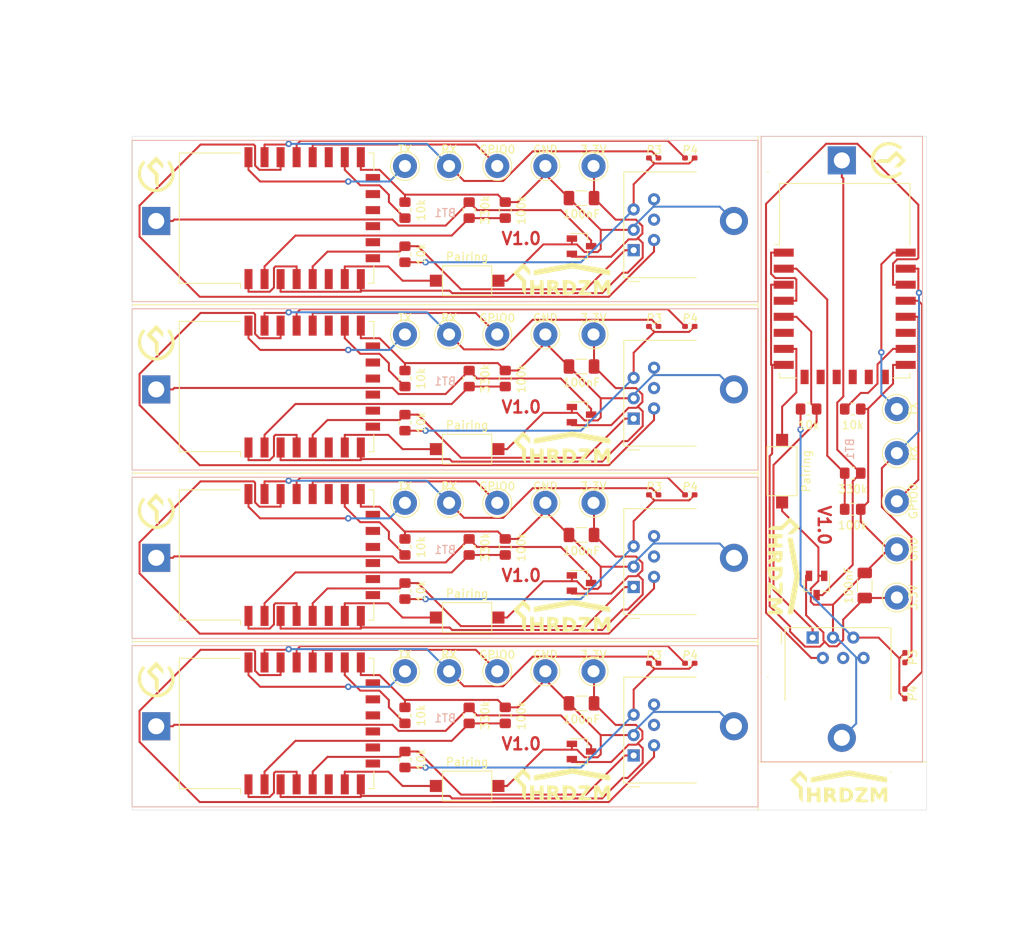
<source format=kicad_pcb>
(kicad_pcb (version 20171130) (host pcbnew "(5.1.9)-1")
  (layers (0 F.Cu signal) (31 B.Cu signal) (34 B.Paste user) (35 F.Paste user) (36 B.SilkS user) (37 F.SilkS user) (38 B.Mask user) (39 F.Mask user) (44 Edge.Cuts user))
  (net 0 "")
  (net 1 +3V8)
  (net 2 GND)
  (net 3 +3V3)
  (net 4 "Net-(J2-Pad1)")
  (net 5 "Net-(J4-Pad1)")
  (net 6 "Net-(R1-Pad2)")
  (net 7 "Net-(R4-Pad1)")
  (net 8 "Net-(SW1-Pad1)")
  (net 9 "Net-(U2-Pad1)")
  (net 10 "Net-(U2-Pad6)")
  (net 11 "Net-(U2-Pad9)")
  (net 12 "Net-(U2-Pad10)")
  (net 13 "Net-(U2-Pad11)")
  (net 14 "Net-(U2-Pad12)")
  (net 15 "Net-(U2-Pad13)")
  (net 16 "Net-(U2-Pad14)")
  (net 17 "Net-(U2-Pad17)")
  (net 18 /GPIO3)
  (net 19 /GPIO4)
  (net 20 "Net-(J7-Pad1)")
  (net 21 "Net-(J7-Pad2)")
  (net 22 "Net-(J7-Pad4)")
  (net 23 "Net-(J7-Pad5)")
  (module "SHRDZM:SHRDZM 12x4" (layer F.Cu) (at 128 111)
    (fp_text reference G1 hide)
    (fp_text value LOGO hide)
  )
  (module Connector_RJ:RJ12_Amphenol_54601 (layer F.Cu) (at 124.8 92.5)
    (fp_text reference J7 hide)
    (fp_text value RJ12)
    (pad 1 thru_hole rect (at 0 0) (size 1.52 1.52) (drill 0.76) (layers *.Cu *.Mask) (net 20 "Net-(J7-Pad1)"))
    (pad "" np_thru_hole circle (at -1.91 8.89) (size 3.25 3.25) (drill 3.25) (layers *.Cu *.Mask))
    (pad 2 thru_hole circle (at 1.27 2.54) (size 1.52 1.52) (drill 0.76) (layers *.Cu *.Mask) (net 21 "Net-(J7-Pad2)"))
    (pad 3 thru_hole circle (at 2.54 0) (size 1.52 1.52) (drill 0.76) (layers *.Cu *.Mask) (net 2 GND))
    (pad 4 thru_hole circle (at 3.81 2.54) (size 1.52 1.52) (drill 0.76) (layers *.Cu *.Mask) (net 22 "Net-(J7-Pad4)"))
    (pad 5 thru_hole circle (at 5.08 0) (size 1.52 1.52) (drill 0.76) (layers *.Cu *.Mask) (net 23 "Net-(J7-Pad5)"))
    (pad 6 thru_hole circle (at 6.35 2.54) (size 1.52 1.52) (drill 0.76) (layers *.Cu *.Mask) (net 2 GND))
    (pad "" np_thru_hole circle (at 8.25 8.89) (size 3.25 3.25) (drill 3.25) (layers *.Cu *.Mask))
  )
  (module Connector_RJ:RJ12_Amphenol_54601 (layer F.Cu) (at 102.5 107.2 90)
    (fp_text reference J7 hide)
    (fp_text value RJ12)
    (pad "" np_thru_hole circle (at 8.25 8.89 90) (size 3.25 3.25) (drill 3.25) (layers *.Cu *.Mask))
    (pad 6 thru_hole circle (at 6.35 2.54 90) (size 1.52 1.52) (drill 0.76) (layers *.Cu *.Mask) (net 2 GND))
    (pad 5 thru_hole circle (at 5.08 0 90) (size 1.52 1.52) (drill 0.76) (layers *.Cu *.Mask) (net 23 "Net-(J7-Pad5)"))
    (pad 4 thru_hole circle (at 3.81 2.54 90) (size 1.52 1.52) (drill 0.76) (layers *.Cu *.Mask) (net 22 "Net-(J7-Pad4)"))
    (pad 3 thru_hole circle (at 2.54 0 90) (size 1.52 1.52) (drill 0.76) (layers *.Cu *.Mask) (net 2 GND))
    (pad 2 thru_hole circle (at 1.27 2.54 90) (size 1.52 1.52) (drill 0.76) (layers *.Cu *.Mask) (net 21 "Net-(J7-Pad2)"))
    (pad "" np_thru_hole circle (at -1.91 8.89 90) (size 3.25 3.25) (drill 3.25) (layers *.Cu *.Mask))
    (pad 1 thru_hole rect (at 0 0 90) (size 1.52 1.52) (drill 0.76) (layers *.Cu *.Mask) (net 20 "Net-(J7-Pad1)"))
  )
  (module Connector_RJ:RJ12_Amphenol_54601 (layer F.Cu) (at 102.5 86.2 90)
    (fp_text reference J7 hide)
    (fp_text value RJ12)
    (pad 1 thru_hole rect (at 0 0 90) (size 1.52 1.52) (drill 0.76) (layers *.Cu *.Mask) (net 20 "Net-(J7-Pad1)"))
    (pad "" np_thru_hole circle (at -1.91 8.89 90) (size 3.25 3.25) (drill 3.25) (layers *.Cu *.Mask))
    (pad 2 thru_hole circle (at 1.27 2.54 90) (size 1.52 1.52) (drill 0.76) (layers *.Cu *.Mask) (net 21 "Net-(J7-Pad2)"))
    (pad 3 thru_hole circle (at 2.54 0 90) (size 1.52 1.52) (drill 0.76) (layers *.Cu *.Mask) (net 2 GND))
    (pad 4 thru_hole circle (at 3.81 2.54 90) (size 1.52 1.52) (drill 0.76) (layers *.Cu *.Mask) (net 22 "Net-(J7-Pad4)"))
    (pad 5 thru_hole circle (at 5.08 0 90) (size 1.52 1.52) (drill 0.76) (layers *.Cu *.Mask) (net 23 "Net-(J7-Pad5)"))
    (pad 6 thru_hole circle (at 6.35 2.54 90) (size 1.52 1.52) (drill 0.76) (layers *.Cu *.Mask) (net 2 GND))
    (pad "" np_thru_hole circle (at 8.25 8.89 90) (size 3.25 3.25) (drill 3.25) (layers *.Cu *.Mask))
  )
  (module Connector_RJ:RJ12_Amphenol_54601 (layer F.Cu) (at 102.5 65.2 90)
    (fp_text reference J7 hide)
    (fp_text value RJ12)
    (pad "" np_thru_hole circle (at 8.25 8.89 90) (size 3.25 3.25) (drill 3.25) (layers *.Cu *.Mask))
    (pad 6 thru_hole circle (at 6.35 2.54 90) (size 1.52 1.52) (drill 0.76) (layers *.Cu *.Mask) (net 2 GND))
    (pad 5 thru_hole circle (at 5.08 0 90) (size 1.52 1.52) (drill 0.76) (layers *.Cu *.Mask) (net 23 "Net-(J7-Pad5)"))
    (pad 4 thru_hole circle (at 3.81 2.54 90) (size 1.52 1.52) (drill 0.76) (layers *.Cu *.Mask) (net 22 "Net-(J7-Pad4)"))
    (pad 3 thru_hole circle (at 2.54 0 90) (size 1.52 1.52) (drill 0.76) (layers *.Cu *.Mask) (net 2 GND))
    (pad 2 thru_hole circle (at 1.27 2.54 90) (size 1.52 1.52) (drill 0.76) (layers *.Cu *.Mask) (net 21 "Net-(J7-Pad2)"))
    (pad "" np_thru_hole circle (at -1.91 8.89 90) (size 3.25 3.25) (drill 3.25) (layers *.Cu *.Mask))
    (pad 1 thru_hole rect (at 0 0 90) (size 1.52 1.52) (drill 0.76) (layers *.Cu *.Mask) (net 20 "Net-(J7-Pad1)"))
  )
  (module Connector_RJ:RJ12_Amphenol_54601 (layer F.Cu) (at 102.5 44.2 90)
    (fp_text reference J7 hide)
    (fp_text value RJ12)
    (pad 1 thru_hole rect (at 0 0 90) (size 1.52 1.52) (drill 0.76) (layers *.Cu *.Mask) (net 20 "Net-(J7-Pad1)"))
    (pad "" np_thru_hole circle (at -1.91 8.89 90) (size 3.25 3.25) (drill 3.25) (layers *.Cu *.Mask))
    (pad 2 thru_hole circle (at 1.27 2.54 90) (size 1.52 1.52) (drill 0.76) (layers *.Cu *.Mask) (net 21 "Net-(J7-Pad2)"))
    (pad 3 thru_hole circle (at 2.54 0 90) (size 1.52 1.52) (drill 0.76) (layers *.Cu *.Mask) (net 2 GND))
    (pad 4 thru_hole circle (at 3.81 2.54 90) (size 1.52 1.52) (drill 0.76) (layers *.Cu *.Mask) (net 22 "Net-(J7-Pad4)"))
    (pad 5 thru_hole circle (at 5.08 0 90) (size 1.52 1.52) (drill 0.76) (layers *.Cu *.Mask) (net 23 "Net-(J7-Pad5)"))
    (pad 6 thru_hole circle (at 6.35 2.54 90) (size 1.52 1.52) (drill 0.76) (layers *.Cu *.Mask) (net 2 GND))
    (pad "" np_thru_hole circle (at 8.25 8.89 90) (size 3.25 3.25) (drill 3.25) (layers *.Cu *.Mask))
  )
  (module Resistor_SMD:R_0805_2012Metric_Pad1.20x1.40mm_HandSolder (layer F.Cu) (at 129.8 76.5)
    (fp_text reference R2 hide)
    (fp_text value 100k (at 0 2) (layer F.SilkS))
    (pad 2 smd roundrect (at 1 0) (size 1.2 1.4) (layers F.Cu F.Paste F.Mask) (roundrect_rratio 0.2083325) (net 2 GND))
    (pad 1 smd roundrect (at -1 0) (size 1.2 1.4) (layers F.Cu F.Paste F.Mask) (roundrect_rratio 0.2083325) (net 6 "Net-(R1-Pad2)"))
  )
  (module Connector_Pin:Pin_D1.3mm_L11.0mm_LooseFit (layer F.Cu) (at 135.3 87.5 270)
    (fp_text reference J1 hide)
    (fp_text value 3.3V (at 0 -2.05 90) (layer F.SilkS))
    (pad 1 thru_hole circle (at 0 0 270) (size 3 3) (drill 1.5) (layers *.Cu *.Mask) (net 3 +3V3))
  )
  (module "SHRDZM:SHRDZM Symbol 5x5" (layer F.Cu) (at 134.25 33 270)
    (fp_text reference G2 hide)
    (fp_text value LOGO hide)
  )
  (module RF_Module:ESP-12E (layer F.Cu) (at 128.8 48)
    (fp_text reference U2 hide)
    (fp_text value ESP-12F)
    (pad 1 smd rect (at -7.6 -3.5) (size 2.5 1) (layers F.Cu F.Paste F.Mask) (net 9 "Net-(U2-Pad1)"))
    (pad 2 smd rect (at -7.6 -1.5) (size 2.5 1) (layers F.Cu F.Paste F.Mask) (net 6 "Net-(R1-Pad2)"))
    (pad 3 smd rect (at -7.6 0.5) (size 2.5 1) (layers F.Cu F.Paste F.Mask) (net 3 +3V3))
    (pad 4 smd rect (at -7.6 2.5) (size 2.5 1) (layers F.Cu F.Paste F.Mask) (net 9 "Net-(U2-Pad1)"))
    (pad 5 smd rect (at -7.6 4.5) (size 2.5 1) (layers F.Cu F.Paste F.Mask) (net 20 "Net-(J7-Pad1)"))
    (pad 6 smd rect (at -7.6 6.5) (size 2.5 1) (layers F.Cu F.Paste F.Mask) (net 10 "Net-(U2-Pad6)"))
    (pad 7 smd rect (at -7.6 8.5) (size 2.5 1) (layers F.Cu F.Paste F.Mask) (net 8 "Net-(SW1-Pad1)"))
    (pad 8 smd rect (at -7.6 10.5) (size 2.5 1) (layers F.Cu F.Paste F.Mask) (net 3 +3V3))
    (pad 9 smd rect (at -5 12) (size 1 1.8) (layers F.Cu F.Paste F.Mask) (net 11 "Net-(U2-Pad9)"))
    (pad 10 smd rect (at -3 12) (size 1 1.8) (layers F.Cu F.Paste F.Mask) (net 12 "Net-(U2-Pad10)"))
    (pad 11 smd rect (at -1 12) (size 1 1.8) (layers F.Cu F.Paste F.Mask) (net 13 "Net-(U2-Pad11)"))
    (pad 12 smd rect (at 1 12) (size 1 1.8) (layers F.Cu F.Paste F.Mask) (net 14 "Net-(U2-Pad12)"))
    (pad 13 smd rect (at 3 12) (size 1 1.8) (layers F.Cu F.Paste F.Mask) (net 15 "Net-(U2-Pad13)"))
    (pad 14 smd rect (at 5 12) (size 1 1.8) (layers F.Cu F.Paste F.Mask) (net 16 "Net-(U2-Pad14)"))
    (pad 15 smd rect (at 7.6 10.5) (size 2.5 1) (layers F.Cu F.Paste F.Mask) (net 2 GND))
    (pad 16 smd rect (at 7.6 8.5) (size 2.5 1) (layers F.Cu F.Paste F.Mask) (net 7 "Net-(R4-Pad1)"))
    (pad 17 smd rect (at 7.6 6.5) (size 2.5 1) (layers F.Cu F.Paste F.Mask) (net 17 "Net-(U2-Pad17)"))
    (pad 18 smd rect (at 7.6 4.5) (size 2.5 1) (layers F.Cu F.Paste F.Mask) (net 5 "Net-(J4-Pad1)"))
    (pad 19 smd rect (at 7.6 2.5) (size 2.5 1) (layers F.Cu F.Paste F.Mask) (net 19 /GPIO4))
    (pad 20 smd rect (at 7.6 0.5) (size 2.5 1) (layers F.Cu F.Paste F.Mask) (net 21 "Net-(J7-Pad2)"))
    (pad 21 smd rect (at 7.6 -1.5) (size 2.5 1) (layers F.Cu F.Paste F.Mask) (net 18 /GPIO3))
    (pad 22 smd rect (at 7.6 -3.5) (size 2.5 1) (layers F.Cu F.Paste F.Mask) (net 4 "Net-(J2-Pad1)"))
  )
  (module Resistor_SMD:R_0402_1005Metric_Pad0.72x0.64mm_HandSolder (layer F.Cu) (at 136.3 99.5 90)
    (fp_text reference R6 hide)
    (fp_text value 0R hide)
    (fp_text user P4 (at 0 1 270) (layer F.SilkS) (effects (font (thickness 0.15) italic)))
    (pad 2 smd roundrect (at 0.5975 0 90) (size 0.715 0.64) (layers F.Cu F.Paste F.Mask) (net 19 /GPIO4))
    (pad 1 smd roundrect (at -0.5975 0 90) (size 0.715 0.64) (layers F.Cu F.Paste F.Mask) (net 23 "Net-(J7-Pad5)"))
  )
  (module Connector_Pin:Pin_D1.3mm_L11.0mm_LooseFit (layer F.Cu) (at 135.3 75.5 270)
    (fp_text reference J4 hide)
    (fp_text value GPIO0 (at 0 -2.05 90) (layer F.SilkS))
    (pad 1 thru_hole circle (at 0 0 270) (size 3 3) (drill 1.5) (layers *.Cu *.Mask) (net 5 "Net-(J4-Pad1)"))
  )
  (module Resistor_SMD:R_0402_1005Metric_Pad0.72x0.64mm_HandSolder (layer F.Cu) (at 136.3 95 270)
    (fp_text reference R3 hide)
    (fp_text value 0R hide)
    (fp_text user P3 (at 0 -1 90) (layer F.SilkS) (effects (font (thickness 0.15) italic)))
    (pad 2 smd roundrect (at 0.5975 0 270) (size 0.715 0.64) (layers F.Cu F.Paste F.Mask) (net 18 /GPIO3))
    (pad 1 smd roundrect (at -0.5975 0 270) (size 0.715 0.64) (layers F.Cu F.Paste F.Mask) (net 23 "Net-(J7-Pad5)"))
  )
  (module Connector_Pin:Pin_D1.3mm_L11.0mm_LooseFit (layer F.Cu) (at 135.3 64 270)
    (fp_text reference J2 hide)
    (fp_text value TX (at 0 -2.05 90) (layer F.SilkS))
    (pad 1 thru_hole circle (at 0 0 270) (size 3 3) (drill 1.5) (layers *.Cu *.Mask) (net 4 "Net-(J2-Pad1)"))
  )
  (module Connector_Pin:Pin_D1.3mm_L11.0mm_LooseFit (layer F.Cu) (at 135.3 81.5 270)
    (fp_text reference J6 hide)
    (fp_text value GND (at 0 -2.05 90) (layer F.SilkS))
    (pad 1 thru_hole circle (at 0 0 270) (size 3 3) (drill 1.5) (layers *.Cu *.Mask) (net 2 GND))
  )
  (module Connector_Pin:Pin_D1.3mm_L11.0mm_LooseFit (layer F.Cu) (at 135.3 69.5 270)
    (fp_text reference J3 hide)
    (fp_text value RX (at 0 -2.05 90) (layer F.SilkS))
    (pad 1 thru_hole circle (at 0 0 270) (size 3 3) (drill 1.5) (layers *.Cu *.Mask) (net 18 /GPIO3))
  )
  (module Resistor_SMD:R_0805_2012Metric_Pad1.20x1.40mm_HandSolder (layer F.Cu) (at 129.8 72 180)
    (fp_text reference R1 hide)
    (fp_text value 330k (at 0 -2) (layer F.SilkS))
    (pad 1 smd roundrect (at -1 0 180) (size 1.2 1.4) (layers F.Cu F.Paste F.Mask) (roundrect_rratio 0.2083325) (net 1 +3V8))
    (pad 2 smd roundrect (at 1 0 180) (size 1.2 1.4) (layers F.Cu F.Paste F.Mask) (roundrect_rratio 0.2083325) (net 6 "Net-(R1-Pad2)"))
  )
  (module Resistor_SMD:R_0805_2012Metric_Pad1.20x1.40mm_HandSolder (layer F.Cu) (at 124.3 64 180)
    (fp_text reference R5 hide)
    (fp_text value 10k (at 0 -2) (layer F.SilkS))
    (pad 2 smd roundrect (at 1 0 180) (size 1.2 1.4) (layers F.Cu F.Paste F.Mask) (roundrect_rratio 0.2083325) (net 23 "Net-(J7-Pad5)"))
    (pad 1 smd roundrect (at -1 0 180) (size 1.2 1.4) (layers F.Cu F.Paste F.Mask) (roundrect_rratio 0.2083325) (net 20 "Net-(J7-Pad1)"))
  )
  (module Button_Switch_SMD:SW_SPST_CK_RS282G05A3 (layer F.Cu) (at 121 71.75 270)
    (fp_text reference SW1 hide)
    (fp_text value Pairing (at 0 -3 90) (layer F.SilkS))
    (pad 1 smd rect (at -3.9 0 270) (size 1.5 1.5) (layers F.Cu F.Paste F.Mask) (net 8 "Net-(SW1-Pad1)"))
    (pad 2 smd rect (at 3.9 0 270) (size 1.5 1.5) (layers F.Cu F.Paste F.Mask) (net 2 GND))
  )
  (module Resistor_SMD:R_0805_2012Metric_Pad1.20x1.40mm_HandSolder (layer F.Cu) (at 129.8 64)
    (fp_text reference R4 hide)
    (fp_text value 10k (at 0 2) (layer F.SilkS))
    (pad 1 smd roundrect (at -1 0) (size 1.2 1.4) (layers F.Cu F.Paste F.Mask) (roundrect_rratio 0.2083325) (net 7 "Net-(R4-Pad1)"))
    (pad 2 smd roundrect (at 1 0) (size 1.2 1.4) (layers F.Cu F.Paste F.Mask) (roundrect_rratio 0.2083325) (net 2 GND))
  )
  (module ErichCollection:SOT-23_Handsoldering (layer F.Cu) (at 125.3 86 270)
    (fp_text reference U1 hide)
    (fp_text value MCP1700-3302E_SOT23 hide)
    (pad 1 smd rect (at -1.2 -0.95 270) (size 1.3 0.8) (layers F.Cu F.Paste F.Mask) (net 2 GND))
    (pad 2 smd rect (at -1.2 0.95 270) (size 1.3 0.8) (layers F.Cu F.Paste F.Mask) (net 3 +3V3))
    (pad 3 smd rect (at 1.2 0 270) (size 1.3 0.8) (layers F.Cu F.Paste F.Mask) (net 1 +3V8))
  )
  (module ErichCollection:BatteryHolder_MPD_BH-18650-PC2_NoHole (layer B.Cu) (at 128.445 33 270)
    (fp_text reference BT1 (at 36 -1 90) (layer B.SilkS) (effects (justify mirror)))
    (fp_text value Battery_Cell)
    (pad 1 thru_hole rect (at 0 0 270) (size 3.5 3.5) (drill 2) (layers *.Cu *.Mask) (net 1 +3V8))
    (pad 2 thru_hole circle (at 72 0 270) (size 3.5 3.5) (drill 2) (layers *.Cu *.Mask) (net 2 GND))
  )
  (module Capacitor_SMD:C_1206_3216Metric_Pad1.33x1.80mm_HandSolder (layer F.Cu) (at 131.3 86 90)
    (fp_text reference C2 hide)
    (fp_text value 100nF (at 0 -2 90) (layer F.SilkS))
    (pad 1 smd roundrect (at -1.5625 0 90) (size 1.325 1.8) (layers F.Cu F.Paste F.Mask) (roundrect_rratio 0.1886784905660377) (net 3 +3V3))
    (pad 2 smd roundrect (at 1.5625 0 90) (size 1.325 1.8) (layers F.Cu F.Paste F.Mask) (roundrect_rratio 0.1886784905660377) (net 2 GND))
  )
  (module "SHRDZM:SHRDZM 12x4" (layer F.Cu) (at 121.25 83.5 270)
    (fp_text reference G1 hide)
    (fp_text value LOGO hide)
  )
  (module "SHRDZM:SHRDZM Symbol 5x5" (layer F.Cu) (at 43 97.75)
    (fp_text reference G2 hide)
    (fp_text value LOGO hide)
  )
  (module Resistor_SMD:R_0402_1005Metric_Pad0.72x0.64mm_HandSolder (layer F.Cu) (at 109.5 95.7 180)
    (fp_text reference R6 hide)
    (fp_text value 0R hide)
    (fp_text user P4 (at 0 1 180) (layer F.SilkS) (effects (font (thickness 0.15) italic)))
    (pad 1 smd roundrect (at -0.5975 0 180) (size 0.715 0.64) (layers F.Cu F.Paste F.Mask) (net 23 "Net-(J7-Pad5)"))
    (pad 2 smd roundrect (at 0.5975 0 180) (size 0.715 0.64) (layers F.Cu F.Paste F.Mask) (net 19 /GPIO4))
  )
  (module Connector_Pin:Pin_D1.3mm_L11.0mm_LooseFit (layer F.Cu) (at 85.5 96.7)
    (fp_text reference J4 hide)
    (fp_text value GPIO0 (at 0 -2.05) (layer F.SilkS))
    (pad 1 thru_hole circle (at 0 0) (size 3 3) (drill 1.5) (layers *.Cu *.Mask) (net 5 "Net-(J4-Pad1)"))
  )
  (module Connector_Pin:Pin_D1.3mm_L11.0mm_LooseFit (layer F.Cu) (at 79.5 96.7)
    (fp_text reference J3 hide)
    (fp_text value RX (at 0 -2.05) (layer F.SilkS))
    (pad 1 thru_hole circle (at 0 0) (size 3 3) (drill 1.5) (layers *.Cu *.Mask) (net 18 /GPIO3))
  )
  (module Resistor_SMD:R_0805_2012Metric_Pad1.20x1.40mm_HandSolder (layer F.Cu) (at 86.5 102.2 90)
    (fp_text reference R2 hide)
    (fp_text value 100k (at 0 2 90) (layer F.SilkS))
    (pad 1 smd roundrect (at -1 0 90) (size 1.2 1.4) (layers F.Cu F.Paste F.Mask) (roundrect_rratio 0.2083325) (net 6 "Net-(R1-Pad2)"))
    (pad 2 smd roundrect (at 1 0 90) (size 1.2 1.4) (layers F.Cu F.Paste F.Mask) (roundrect_rratio 0.2083325) (net 2 GND))
  )
  (module Resistor_SMD:R_0402_1005Metric_Pad0.72x0.64mm_HandSolder (layer F.Cu) (at 105 95.7)
    (fp_text reference R3 hide)
    (fp_text value 0R hide)
    (fp_text user P3 (at 0 -1) (layer F.SilkS) (effects (font (thickness 0.15) italic)))
    (pad 1 smd roundrect (at -0.5975 0) (size 0.715 0.64) (layers F.Cu F.Paste F.Mask) (net 23 "Net-(J7-Pad5)"))
    (pad 2 smd roundrect (at 0.5975 0) (size 0.715 0.64) (layers F.Cu F.Paste F.Mask) (net 18 /GPIO3))
  )
  (module Connector_Pin:Pin_D1.3mm_L11.0mm_LooseFit (layer F.Cu) (at 74 96.7)
    (fp_text reference J2 hide)
    (fp_text value TX (at 0 -2.05) (layer F.SilkS))
    (pad 1 thru_hole circle (at 0 0) (size 3 3) (drill 1.5) (layers *.Cu *.Mask) (net 4 "Net-(J2-Pad1)"))
  )
  (module Connector_Pin:Pin_D1.3mm_L11.0mm_LooseFit (layer F.Cu) (at 97.5 96.7)
    (fp_text reference J1 hide)
    (fp_text value 3.3V (at 0 -2.05) (layer F.SilkS))
    (pad 1 thru_hole circle (at 0 0) (size 3 3) (drill 1.5) (layers *.Cu *.Mask) (net 3 +3V3))
  )
  (module Connector_Pin:Pin_D1.3mm_L11.0mm_LooseFit (layer F.Cu) (at 91.5 96.7)
    (fp_text reference J6 hide)
    (fp_text value GND (at 0 -2.05) (layer F.SilkS))
    (pad 1 thru_hole circle (at 0 0) (size 3 3) (drill 1.5) (layers *.Cu *.Mask) (net 2 GND))
  )
  (module RF_Module:ESP-12E (layer F.Cu) (at 58 103.2 90)
    (fp_text reference U2 hide)
    (fp_text value ESP-12F)
    (pad 22 smd rect (at 7.6 -3.5 90) (size 2.5 1) (layers F.Cu F.Paste F.Mask) (net 4 "Net-(J2-Pad1)"))
    (pad 21 smd rect (at 7.6 -1.5 90) (size 2.5 1) (layers F.Cu F.Paste F.Mask) (net 18 /GPIO3))
    (pad 20 smd rect (at 7.6 0.5 90) (size 2.5 1) (layers F.Cu F.Paste F.Mask) (net 21 "Net-(J7-Pad2)"))
    (pad 19 smd rect (at 7.6 2.5 90) (size 2.5 1) (layers F.Cu F.Paste F.Mask) (net 19 /GPIO4))
    (pad 18 smd rect (at 7.6 4.5 90) (size 2.5 1) (layers F.Cu F.Paste F.Mask) (net 5 "Net-(J4-Pad1)"))
    (pad 17 smd rect (at 7.6 6.5 90) (size 2.5 1) (layers F.Cu F.Paste F.Mask) (net 17 "Net-(U2-Pad17)"))
    (pad 16 smd rect (at 7.6 8.5 90) (size 2.5 1) (layers F.Cu F.Paste F.Mask) (net 7 "Net-(R4-Pad1)"))
    (pad 15 smd rect (at 7.6 10.5 90) (size 2.5 1) (layers F.Cu F.Paste F.Mask) (net 2 GND))
    (pad 14 smd rect (at 5 12 90) (size 1 1.8) (layers F.Cu F.Paste F.Mask) (net 16 "Net-(U2-Pad14)"))
    (pad 13 smd rect (at 3 12 90) (size 1 1.8) (layers F.Cu F.Paste F.Mask) (net 15 "Net-(U2-Pad13)"))
    (pad 12 smd rect (at 1 12 90) (size 1 1.8) (layers F.Cu F.Paste F.Mask) (net 14 "Net-(U2-Pad12)"))
    (pad 11 smd rect (at -1 12 90) (size 1 1.8) (layers F.Cu F.Paste F.Mask) (net 13 "Net-(U2-Pad11)"))
    (pad 10 smd rect (at -3 12 90) (size 1 1.8) (layers F.Cu F.Paste F.Mask) (net 12 "Net-(U2-Pad10)"))
    (pad 9 smd rect (at -5 12 90) (size 1 1.8) (layers F.Cu F.Paste F.Mask) (net 11 "Net-(U2-Pad9)"))
    (pad 8 smd rect (at -7.6 10.5 90) (size 2.5 1) (layers F.Cu F.Paste F.Mask) (net 3 +3V3))
    (pad 7 smd rect (at -7.6 8.5 90) (size 2.5 1) (layers F.Cu F.Paste F.Mask) (net 8 "Net-(SW1-Pad1)"))
    (pad 6 smd rect (at -7.6 6.5 90) (size 2.5 1) (layers F.Cu F.Paste F.Mask) (net 10 "Net-(U2-Pad6)"))
    (pad 5 smd rect (at -7.6 4.5 90) (size 2.5 1) (layers F.Cu F.Paste F.Mask) (net 20 "Net-(J7-Pad1)"))
    (pad 4 smd rect (at -7.6 2.5 90) (size 2.5 1) (layers F.Cu F.Paste F.Mask) (net 9 "Net-(U2-Pad1)"))
    (pad 3 smd rect (at -7.6 0.5 90) (size 2.5 1) (layers F.Cu F.Paste F.Mask) (net 3 +3V3))
    (pad 2 smd rect (at -7.6 -1.5 90) (size 2.5 1) (layers F.Cu F.Paste F.Mask) (net 6 "Net-(R1-Pad2)"))
    (pad 1 smd rect (at -7.6 -3.5 90) (size 2.5 1) (layers F.Cu F.Paste F.Mask) (net 9 "Net-(U2-Pad1)"))
  )
  (module Resistor_SMD:R_0805_2012Metric_Pad1.20x1.40mm_HandSolder (layer F.Cu) (at 74 102.2 90)
    (fp_text reference R4 hide)
    (fp_text value 10k (at 0 2 90) (layer F.SilkS))
    (pad 2 smd roundrect (at 1 0 90) (size 1.2 1.4) (layers F.Cu F.Paste F.Mask) (roundrect_rratio 0.2083325) (net 2 GND))
    (pad 1 smd roundrect (at -1 0 90) (size 1.2 1.4) (layers F.Cu F.Paste F.Mask) (roundrect_rratio 0.2083325) (net 7 "Net-(R4-Pad1)"))
  )
  (module ErichCollection:BatteryHolder_MPD_BH-18650-PC2_NoHole (layer B.Cu) (at 43 103.555)
    (fp_text reference BT1 (at 36 -1) (layer B.SilkS) (effects (justify mirror)))
    (fp_text value Battery_Cell)
    (pad 2 thru_hole circle (at 72 0) (size 3.5 3.5) (drill 2) (layers *.Cu *.Mask) (net 2 GND))
    (pad 1 thru_hole rect (at 0 0) (size 3.5 3.5) (drill 2) (layers *.Cu *.Mask) (net 1 +3V8))
  )
  (module Resistor_SMD:R_0805_2012Metric_Pad1.20x1.40mm_HandSolder (layer F.Cu) (at 82 102.2 270)
    (fp_text reference R1 hide)
    (fp_text value 330k (at 0 -2 90) (layer F.SilkS))
    (pad 2 smd roundrect (at 1 0 270) (size 1.2 1.4) (layers F.Cu F.Paste F.Mask) (roundrect_rratio 0.2083325) (net 6 "Net-(R1-Pad2)"))
    (pad 1 smd roundrect (at -1 0 270) (size 1.2 1.4) (layers F.Cu F.Paste F.Mask) (roundrect_rratio 0.2083325) (net 1 +3V8))
  )
  (module Capacitor_SMD:C_1206_3216Metric_Pad1.33x1.80mm_HandSolder (layer F.Cu) (at 96 100.7 180)
    (fp_text reference C2 hide)
    (fp_text value 100nF (at 0 -2) (layer F.SilkS))
    (pad 2 smd roundrect (at 1.5625 0 180) (size 1.325 1.8) (layers F.Cu F.Paste F.Mask) (roundrect_rratio 0.1886784905660377) (net 2 GND))
    (pad 1 smd roundrect (at -1.5625 0 180) (size 1.325 1.8) (layers F.Cu F.Paste F.Mask) (roundrect_rratio 0.1886784905660377) (net 3 +3V3))
  )
  (module ErichCollection:SOT-23_Handsoldering (layer F.Cu) (at 96 106.7)
    (fp_text reference U1 hide)
    (fp_text value MCP1700-3302E_SOT23 hide)
    (pad 3 smd rect (at 1.2 0) (size 1.3 0.8) (layers F.Cu F.Paste F.Mask) (net 1 +3V8))
    (pad 2 smd rect (at -1.2 0.95) (size 1.3 0.8) (layers F.Cu F.Paste F.Mask) (net 3 +3V3))
    (pad 1 smd rect (at -1.2 -0.95) (size 1.3 0.8) (layers F.Cu F.Paste F.Mask) (net 2 GND))
  )
  (module "SHRDZM:SHRDZM 12x4" (layer F.Cu) (at 93.5 110.75)
    (fp_text reference G1 hide)
    (fp_text value LOGO hide)
  )
  (module Resistor_SMD:R_0805_2012Metric_Pad1.20x1.40mm_HandSolder (layer F.Cu) (at 74 107.7 270)
    (fp_text reference R5 hide)
    (fp_text value 10k (at 0 -2 90) (layer F.SilkS))
    (pad 1 smd roundrect (at -1 0 270) (size 1.2 1.4) (layers F.Cu F.Paste F.Mask) (roundrect_rratio 0.2083325) (net 20 "Net-(J7-Pad1)"))
    (pad 2 smd roundrect (at 1 0 270) (size 1.2 1.4) (layers F.Cu F.Paste F.Mask) (roundrect_rratio 0.2083325) (net 23 "Net-(J7-Pad5)"))
  )
  (module Button_Switch_SMD:SW_SPST_CK_RS282G05A3 (layer F.Cu) (at 81.75 111)
    (fp_text reference SW1 hide)
    (fp_text value Pairing (at 0 -3) (layer F.SilkS))
    (pad 2 smd rect (at 3.9 0) (size 1.5 1.5) (layers F.Cu F.Paste F.Mask) (net 2 GND))
    (pad 1 smd rect (at -3.9 0) (size 1.5 1.5) (layers F.Cu F.Paste F.Mask) (net 8 "Net-(SW1-Pad1)"))
  )
  (module Connector_Pin:Pin_D1.3mm_L11.0mm_LooseFit (layer F.Cu) (at 85.5 75.7)
    (fp_text reference J4 hide)
    (fp_text value GPIO0 (at 0 -2.05) (layer F.SilkS))
    (pad 1 thru_hole circle (at 0 0) (size 3 3) (drill 1.5) (layers *.Cu *.Mask) (net 5 "Net-(J4-Pad1)"))
  )
  (module Connector_Pin:Pin_D1.3mm_L11.0mm_LooseFit (layer F.Cu) (at 79.5 75.7)
    (fp_text reference J3 hide)
    (fp_text value RX (at 0 -2.05) (layer F.SilkS))
    (pad 1 thru_hole circle (at 0 0) (size 3 3) (drill 1.5) (layers *.Cu *.Mask) (net 18 /GPIO3))
  )
  (module Connector_Pin:Pin_D1.3mm_L11.0mm_LooseFit (layer F.Cu) (at 74 75.7)
    (fp_text reference J2 hide)
    (fp_text value TX (at 0 -2.05) (layer F.SilkS))
    (pad 1 thru_hole circle (at 0 0) (size 3 3) (drill 1.5) (layers *.Cu *.Mask) (net 4 "Net-(J2-Pad1)"))
  )
  (module Connector_Pin:Pin_D1.3mm_L11.0mm_LooseFit (layer F.Cu) (at 97.5 75.7)
    (fp_text reference J1 hide)
    (fp_text value 3.3V (at 0 -2.05) (layer F.SilkS))
    (pad 1 thru_hole circle (at 0 0) (size 3 3) (drill 1.5) (layers *.Cu *.Mask) (net 3 +3V3))
  )
  (module "SHRDZM:SHRDZM Symbol 5x5" (layer F.Cu) (at 43 76.75)
    (fp_text reference G2 hide)
    (fp_text value LOGO hide)
  )
  (module Resistor_SMD:R_0402_1005Metric_Pad0.72x0.64mm_HandSolder (layer F.Cu) (at 105 74.7)
    (fp_text reference R3 hide)
    (fp_text value 0R hide)
    (fp_text user P3 (at 0 -1) (layer F.SilkS) (effects (font (thickness 0.15) italic)))
    (pad 2 smd roundrect (at 0.5975 0) (size 0.715 0.64) (layers F.Cu F.Paste F.Mask) (net 18 /GPIO3))
    (pad 1 smd roundrect (at -0.5975 0) (size 0.715 0.64) (layers F.Cu F.Paste F.Mask) (net 23 "Net-(J7-Pad5)"))
  )
  (module Resistor_SMD:R_0402_1005Metric_Pad0.72x0.64mm_HandSolder (layer F.Cu) (at 109.5 74.7 180)
    (fp_text reference R6 hide)
    (fp_text value 0R hide)
    (fp_text user P4 (at 0 1 180) (layer F.SilkS) (effects (font (thickness 0.15) italic)))
    (pad 2 smd roundrect (at 0.5975 0 180) (size 0.715 0.64) (layers F.Cu F.Paste F.Mask) (net 19 /GPIO4))
    (pad 1 smd roundrect (at -0.5975 0 180) (size 0.715 0.64) (layers F.Cu F.Paste F.Mask) (net 23 "Net-(J7-Pad5)"))
  )
  (module Resistor_SMD:R_0805_2012Metric_Pad1.20x1.40mm_HandSolder (layer F.Cu) (at 86.5 81.2 90)
    (fp_text reference R2 hide)
    (fp_text value 100k (at 0 2 90) (layer F.SilkS))
    (pad 2 smd roundrect (at 1 0 90) (size 1.2 1.4) (layers F.Cu F.Paste F.Mask) (roundrect_rratio 0.2083325) (net 2 GND))
    (pad 1 smd roundrect (at -1 0 90) (size 1.2 1.4) (layers F.Cu F.Paste F.Mask) (roundrect_rratio 0.2083325) (net 6 "Net-(R1-Pad2)"))
  )
  (module ErichCollection:BatteryHolder_MPD_BH-18650-PC2_NoHole (layer B.Cu) (at 43 82.555)
    (fp_text reference BT1 (at 36 -1) (layer B.SilkS) (effects (justify mirror)))
    (fp_text value Battery_Cell)
    (pad 1 thru_hole rect (at 0 0) (size 3.5 3.5) (drill 2) (layers *.Cu *.Mask) (net 1 +3V8))
    (pad 2 thru_hole circle (at 72 0) (size 3.5 3.5) (drill 2) (layers *.Cu *.Mask) (net 2 GND))
  )
  (module "SHRDZM:SHRDZM 12x4" (layer F.Cu) (at 93.5 89.75)
    (fp_text reference G1 hide)
    (fp_text value LOGO hide)
  )
  (module Capacitor_SMD:C_1206_3216Metric_Pad1.33x1.80mm_HandSolder (layer F.Cu) (at 96 79.7 180)
    (fp_text reference C2 hide)
    (fp_text value 100nF (at 0 -2) (layer F.SilkS))
    (pad 1 smd roundrect (at -1.5625 0 180) (size 1.325 1.8) (layers F.Cu F.Paste F.Mask) (roundrect_rratio 0.1886784905660377) (net 3 +3V3))
    (pad 2 smd roundrect (at 1.5625 0 180) (size 1.325 1.8) (layers F.Cu F.Paste F.Mask) (roundrect_rratio 0.1886784905660377) (net 2 GND))
  )
  (module Resistor_SMD:R_0805_2012Metric_Pad1.20x1.40mm_HandSolder (layer F.Cu) (at 74 86.7 270)
    (fp_text reference R5 hide)
    (fp_text value 10k (at 0 -2 90) (layer F.SilkS))
    (pad 2 smd roundrect (at 1 0 270) (size 1.2 1.4) (layers F.Cu F.Paste F.Mask) (roundrect_rratio 0.2083325) (net 23 "Net-(J7-Pad5)"))
    (pad 1 smd roundrect (at -1 0 270) (size 1.2 1.4) (layers F.Cu F.Paste F.Mask) (roundrect_rratio 0.2083325) (net 20 "Net-(J7-Pad1)"))
  )
  (module Button_Switch_SMD:SW_SPST_CK_RS282G05A3 (layer F.Cu) (at 81.75 90)
    (fp_text reference SW1 hide)
    (fp_text value Pairing (at 0 -3) (layer F.SilkS))
    (pad 1 smd rect (at -3.9 0) (size 1.5 1.5) (layers F.Cu F.Paste F.Mask) (net 8 "Net-(SW1-Pad1)"))
    (pad 2 smd rect (at 3.9 0) (size 1.5 1.5) (layers F.Cu F.Paste F.Mask) (net 2 GND))
  )
  (module Resistor_SMD:R_0805_2012Metric_Pad1.20x1.40mm_HandSolder (layer F.Cu) (at 74 81.2 90)
    (fp_text reference R4 hide)
    (fp_text value 10k (at 0 2 90) (layer F.SilkS))
    (pad 1 smd roundrect (at -1 0 90) (size 1.2 1.4) (layers F.Cu F.Paste F.Mask) (roundrect_rratio 0.2083325) (net 7 "Net-(R4-Pad1)"))
    (pad 2 smd roundrect (at 1 0 90) (size 1.2 1.4) (layers F.Cu F.Paste F.Mask) (roundrect_rratio 0.2083325) (net 2 GND))
  )
  (module RF_Module:ESP-12E (layer F.Cu) (at 58 82.2 90)
    (fp_text reference U2 hide)
    (fp_text value ESP-12F)
    (pad 1 smd rect (at -7.6 -3.5 90) (size 2.5 1) (layers F.Cu F.Paste F.Mask) (net 9 "Net-(U2-Pad1)"))
    (pad 2 smd rect (at -7.6 -1.5 90) (size 2.5 1) (layers F.Cu F.Paste F.Mask) (net 6 "Net-(R1-Pad2)"))
    (pad 3 smd rect (at -7.6 0.5 90) (size 2.5 1) (layers F.Cu F.Paste F.Mask) (net 3 +3V3))
    (pad 4 smd rect (at -7.6 2.5 90) (size 2.5 1) (layers F.Cu F.Paste F.Mask) (net 9 "Net-(U2-Pad1)"))
    (pad 5 smd rect (at -7.6 4.5 90) (size 2.5 1) (layers F.Cu F.Paste F.Mask) (net 20 "Net-(J7-Pad1)"))
    (pad 6 smd rect (at -7.6 6.5 90) (size 2.5 1) (layers F.Cu F.Paste F.Mask) (net 10 "Net-(U2-Pad6)"))
    (pad 7 smd rect (at -7.6 8.5 90) (size 2.5 1) (layers F.Cu F.Paste F.Mask) (net 8 "Net-(SW1-Pad1)"))
    (pad 8 smd rect (at -7.6 10.5 90) (size 2.5 1) (layers F.Cu F.Paste F.Mask) (net 3 +3V3))
    (pad 9 smd rect (at -5 12 90) (size 1 1.8) (layers F.Cu F.Paste F.Mask) (net 11 "Net-(U2-Pad9)"))
    (pad 10 smd rect (at -3 12 90) (size 1 1.8) (layers F.Cu F.Paste F.Mask) (net 12 "Net-(U2-Pad10)"))
    (pad 11 smd rect (at -1 12 90) (size 1 1.8) (layers F.Cu F.Paste F.Mask) (net 13 "Net-(U2-Pad11)"))
    (pad 12 smd rect (at 1 12 90) (size 1 1.8) (layers F.Cu F.Paste F.Mask) (net 14 "Net-(U2-Pad12)"))
    (pad 13 smd rect (at 3 12 90) (size 1 1.8) (layers F.Cu F.Paste F.Mask) (net 15 "Net-(U2-Pad13)"))
    (pad 14 smd rect (at 5 12 90) (size 1 1.8) (layers F.Cu F.Paste F.Mask) (net 16 "Net-(U2-Pad14)"))
    (pad 15 smd rect (at 7.6 10.5 90) (size 2.5 1) (layers F.Cu F.Paste F.Mask) (net 2 GND))
    (pad 16 smd rect (at 7.6 8.5 90) (size 2.5 1) (layers F.Cu F.Paste F.Mask) (net 7 "Net-(R4-Pad1)"))
    (pad 17 smd rect (at 7.6 6.5 90) (size 2.5 1) (layers F.Cu F.Paste F.Mask) (net 17 "Net-(U2-Pad17)"))
    (pad 18 smd rect (at 7.6 4.5 90) (size 2.5 1) (layers F.Cu F.Paste F.Mask) (net 5 "Net-(J4-Pad1)"))
    (pad 19 smd rect (at 7.6 2.5 90) (size 2.5 1) (layers F.Cu F.Paste F.Mask) (net 19 /GPIO4))
    (pad 20 smd rect (at 7.6 0.5 90) (size 2.5 1) (layers F.Cu F.Paste F.Mask) (net 21 "Net-(J7-Pad2)"))
    (pad 21 smd rect (at 7.6 -1.5 90) (size 2.5 1) (layers F.Cu F.Paste F.Mask) (net 18 /GPIO3))
    (pad 22 smd rect (at 7.6 -3.5 90) (size 2.5 1) (layers F.Cu F.Paste F.Mask) (net 4 "Net-(J2-Pad1)"))
  )
  (module Connector_Pin:Pin_D1.3mm_L11.0mm_LooseFit (layer F.Cu) (at 91.5 75.7)
    (fp_text reference J6 hide)
    (fp_text value GND (at 0 -2.05) (layer F.SilkS))
    (pad 1 thru_hole circle (at 0 0) (size 3 3) (drill 1.5) (layers *.Cu *.Mask) (net 2 GND))
  )
  (module ErichCollection:SOT-23_Handsoldering (layer F.Cu) (at 96 85.7)
    (fp_text reference U1 hide)
    (fp_text value MCP1700-3302E_SOT23 hide)
    (pad 1 smd rect (at -1.2 -0.95) (size 1.3 0.8) (layers F.Cu F.Paste F.Mask) (net 2 GND))
    (pad 2 smd rect (at -1.2 0.95) (size 1.3 0.8) (layers F.Cu F.Paste F.Mask) (net 3 +3V3))
    (pad 3 smd rect (at 1.2 0) (size 1.3 0.8) (layers F.Cu F.Paste F.Mask) (net 1 +3V8))
  )
  (module Resistor_SMD:R_0805_2012Metric_Pad1.20x1.40mm_HandSolder (layer F.Cu) (at 82 81.2 270)
    (fp_text reference R1 hide)
    (fp_text value 330k (at 0 -2 90) (layer F.SilkS))
    (pad 1 smd roundrect (at -1 0 270) (size 1.2 1.4) (layers F.Cu F.Paste F.Mask) (roundrect_rratio 0.2083325) (net 1 +3V8))
    (pad 2 smd roundrect (at 1 0 270) (size 1.2 1.4) (layers F.Cu F.Paste F.Mask) (roundrect_rratio 0.2083325) (net 6 "Net-(R1-Pad2)"))
  )
  (module Resistor_SMD:R_0805_2012Metric_Pad1.20x1.40mm_HandSolder (layer F.Cu) (at 74 65.7 270)
    (fp_text reference R5 hide)
    (fp_text value 10k (at 0 -2 90) (layer F.SilkS))
    (pad 1 smd roundrect (at -1 0 270) (size 1.2 1.4) (layers F.Cu F.Paste F.Mask) (roundrect_rratio 0.2083325) (net 20 "Net-(J7-Pad1)"))
    (pad 2 smd roundrect (at 1 0 270) (size 1.2 1.4) (layers F.Cu F.Paste F.Mask) (roundrect_rratio 0.2083325) (net 23 "Net-(J7-Pad5)"))
  )
  (module ErichCollection:SOT-23_Handsoldering (layer F.Cu) (at 96 64.7)
    (fp_text reference U1 hide)
    (fp_text value MCP1700-3302E_SOT23 hide)
    (pad 3 smd rect (at 1.2 0) (size 1.3 0.8) (layers F.Cu F.Paste F.Mask) (net 1 +3V8))
    (pad 2 smd rect (at -1.2 0.95) (size 1.3 0.8) (layers F.Cu F.Paste F.Mask) (net 3 +3V3))
    (pad 1 smd rect (at -1.2 -0.95) (size 1.3 0.8) (layers F.Cu F.Paste F.Mask) (net 2 GND))
  )
  (module RF_Module:ESP-12E (layer F.Cu) (at 58 61.2 90)
    (fp_text reference U2 hide)
    (fp_text value ESP-12F)
    (pad 22 smd rect (at 7.6 -3.5 90) (size 2.5 1) (layers F.Cu F.Paste F.Mask) (net 4 "Net-(J2-Pad1)"))
    (pad 21 smd rect (at 7.6 -1.5 90) (size 2.5 1) (layers F.Cu F.Paste F.Mask) (net 18 /GPIO3))
    (pad 20 smd rect (at 7.6 0.5 90) (size 2.5 1) (layers F.Cu F.Paste F.Mask) (net 21 "Net-(J7-Pad2)"))
    (pad 19 smd rect (at 7.6 2.5 90) (size 2.5 1) (layers F.Cu F.Paste F.Mask) (net 19 /GPIO4))
    (pad 18 smd rect (at 7.6 4.5 90) (size 2.5 1) (layers F.Cu F.Paste F.Mask) (net 5 "Net-(J4-Pad1)"))
    (pad 17 smd rect (at 7.6 6.5 90) (size 2.5 1) (layers F.Cu F.Paste F.Mask) (net 17 "Net-(U2-Pad17)"))
    (pad 16 smd rect (at 7.6 8.5 90) (size 2.5 1) (layers F.Cu F.Paste F.Mask) (net 7 "Net-(R4-Pad1)"))
    (pad 15 smd rect (at 7.6 10.5 90) (size 2.5 1) (layers F.Cu F.Paste F.Mask) (net 2 GND))
    (pad 14 smd rect (at 5 12 90) (size 1 1.8) (layers F.Cu F.Paste F.Mask) (net 16 "Net-(U2-Pad14)"))
    (pad 13 smd rect (at 3 12 90) (size 1 1.8) (layers F.Cu F.Paste F.Mask) (net 15 "Net-(U2-Pad13)"))
    (pad 12 smd rect (at 1 12 90) (size 1 1.8) (layers F.Cu F.Paste F.Mask) (net 14 "Net-(U2-Pad12)"))
    (pad 11 smd rect (at -1 12 90) (size 1 1.8) (layers F.Cu F.Paste F.Mask) (net 13 "Net-(U2-Pad11)"))
    (pad 10 smd rect (at -3 12 90) (size 1 1.8) (layers F.Cu F.Paste F.Mask) (net 12 "Net-(U2-Pad10)"))
    (pad 9 smd rect (at -5 12 90) (size 1 1.8) (layers F.Cu F.Paste F.Mask) (net 11 "Net-(U2-Pad9)"))
    (pad 8 smd rect (at -7.6 10.5 90) (size 2.5 1) (layers F.Cu F.Paste F.Mask) (net 3 +3V3))
    (pad 7 smd rect (at -7.6 8.5 90) (size 2.5 1) (layers F.Cu F.Paste F.Mask) (net 8 "Net-(SW1-Pad1)"))
    (pad 6 smd rect (at -7.6 6.5 90) (size 2.5 1) (layers F.Cu F.Paste F.Mask) (net 10 "Net-(U2-Pad6)"))
    (pad 5 smd rect (at -7.6 4.5 90) (size 2.5 1) (layers F.Cu F.Paste F.Mask) (net 20 "Net-(J7-Pad1)"))
    (pad 4 smd rect (at -7.6 2.5 90) (size 2.5 1) (layers F.Cu F.Paste F.Mask) (net 9 "Net-(U2-Pad1)"))
    (pad 3 smd rect (at -7.6 0.5 90) (size 2.5 1) (layers F.Cu F.Paste F.Mask) (net 3 +3V3))
    (pad 2 smd rect (at -7.6 -1.5 90) (size 2.5 1) (layers F.Cu F.Paste F.Mask) (net 6 "Net-(R1-Pad2)"))
    (pad 1 smd rect (at -7.6 -3.5 90) (size 2.5 1) (layers F.Cu F.Paste F.Mask) (net 9 "Net-(U2-Pad1)"))
  )
  (module Resistor_SMD:R_0805_2012Metric_Pad1.20x1.40mm_HandSolder (layer F.Cu) (at 74 60.2 90)
    (fp_text reference R4 hide)
    (fp_text value 10k (at 0 2 90) (layer F.SilkS))
    (pad 2 smd roundrect (at 1 0 90) (size 1.2 1.4) (layers F.Cu F.Paste F.Mask) (roundrect_rratio 0.2083325) (net 2 GND))
    (pad 1 smd roundrect (at -1 0 90) (size 1.2 1.4) (layers F.Cu F.Paste F.Mask) (roundrect_rratio 0.2083325) (net 7 "Net-(R4-Pad1)"))
  )
  (module Button_Switch_SMD:SW_SPST_CK_RS282G05A3 (layer F.Cu) (at 81.75 69)
    (fp_text reference SW1 hide)
    (fp_text value Pairing (at 0 -3) (layer F.SilkS))
    (pad 2 smd rect (at 3.9 0) (size 1.5 1.5) (layers F.Cu F.Paste F.Mask) (net 2 GND))
    (pad 1 smd rect (at -3.9 0) (size 1.5 1.5) (layers F.Cu F.Paste F.Mask) (net 8 "Net-(SW1-Pad1)"))
  )
  (module Resistor_SMD:R_0805_2012Metric_Pad1.20x1.40mm_HandSolder (layer F.Cu) (at 82 60.2 270)
    (fp_text reference R1 hide)
    (fp_text value 330k (at 0 -2 90) (layer F.SilkS))
    (pad 2 smd roundrect (at 1 0 270) (size 1.2 1.4) (layers F.Cu F.Paste F.Mask) (roundrect_rratio 0.2083325) (net 6 "Net-(R1-Pad2)"))
    (pad 1 smd roundrect (at -1 0 270) (size 1.2 1.4) (layers F.Cu F.Paste F.Mask) (roundrect_rratio 0.2083325) (net 1 +3V8))
  )
  (module Connector_Pin:Pin_D1.3mm_L11.0mm_LooseFit (layer F.Cu) (at 91.5 54.7)
    (fp_text reference J6 hide)
    (fp_text value GND (at 0 -2.05) (layer F.SilkS))
    (pad 1 thru_hole circle (at 0 0) (size 3 3) (drill 1.5) (layers *.Cu *.Mask) (net 2 GND))
  )
  (module Connector_Pin:Pin_D1.3mm_L11.0mm_LooseFit (layer F.Cu) (at 85.5 54.7)
    (fp_text reference J4 hide)
    (fp_text value GPIO0 (at 0 -2.05) (layer F.SilkS))
    (pad 1 thru_hole circle (at 0 0) (size 3 3) (drill 1.5) (layers *.Cu *.Mask) (net 5 "Net-(J4-Pad1)"))
  )
  (module Resistor_SMD:R_0402_1005Metric_Pad0.72x0.64mm_HandSolder (layer F.Cu) (at 105 53.7)
    (fp_text reference R3 hide)
    (fp_text value 0R hide)
    (fp_text user P3 (at 0 -1) (layer F.SilkS) (effects (font (thickness 0.15) italic)))
    (pad 1 smd roundrect (at -0.5975 0) (size 0.715 0.64) (layers F.Cu F.Paste F.Mask) (net 23 "Net-(J7-Pad5)"))
    (pad 2 smd roundrect (at 0.5975 0) (size 0.715 0.64) (layers F.Cu F.Paste F.Mask) (net 18 /GPIO3))
  )
  (module "SHRDZM:SHRDZM 12x4" (layer F.Cu) (at 93.5 68.75)
    (fp_text reference G1 hide)
    (fp_text value LOGO hide)
  )
  (module Connector_Pin:Pin_D1.3mm_L11.0mm_LooseFit (layer F.Cu) (at 79.5 54.7)
    (fp_text reference J3 hide)
    (fp_text value RX (at 0 -2.05) (layer F.SilkS))
    (pad 1 thru_hole circle (at 0 0) (size 3 3) (drill 1.5) (layers *.Cu *.Mask) (net 18 /GPIO3))
  )
  (module Connector_Pin:Pin_D1.3mm_L11.0mm_LooseFit (layer F.Cu) (at 74 54.7)
    (fp_text reference J2 hide)
    (fp_text value TX (at 0 -2.05) (layer F.SilkS))
    (pad 1 thru_hole circle (at 0 0) (size 3 3) (drill 1.5) (layers *.Cu *.Mask) (net 4 "Net-(J2-Pad1)"))
  )
  (module Connector_Pin:Pin_D1.3mm_L11.0mm_LooseFit (layer F.Cu) (at 97.5 54.7)
    (fp_text reference J1 hide)
    (fp_text value 3.3V (at 0 -2.05) (layer F.SilkS))
    (pad 1 thru_hole circle (at 0 0) (size 3 3) (drill 1.5) (layers *.Cu *.Mask) (net 3 +3V3))
  )
  (module "SHRDZM:SHRDZM Symbol 5x5" (layer F.Cu) (at 43 55.75)
    (fp_text reference G2 hide)
    (fp_text value LOGO hide)
  )
  (module Capacitor_SMD:C_1206_3216Metric_Pad1.33x1.80mm_HandSolder (layer F.Cu) (at 96 58.7 180)
    (fp_text reference C2 hide)
    (fp_text value 100nF (at 0 -2) (layer F.SilkS))
    (pad 2 smd roundrect (at 1.5625 0 180) (size 1.325 1.8) (layers F.Cu F.Paste F.Mask) (roundrect_rratio 0.1886784905660377) (net 2 GND))
    (pad 1 smd roundrect (at -1.5625 0 180) (size 1.325 1.8) (layers F.Cu F.Paste F.Mask) (roundrect_rratio 0.1886784905660377) (net 3 +3V3))
  )
  (module Resistor_SMD:R_0402_1005Metric_Pad0.72x0.64mm_HandSolder (layer F.Cu) (at 109.5 53.7 180)
    (fp_text reference R6 hide)
    (fp_text value 0R hide)
    (fp_text user P4 (at 0 1 180) (layer F.SilkS) (effects (font (thickness 0.15) italic)))
    (pad 1 smd roundrect (at -0.5975 0 180) (size 0.715 0.64) (layers F.Cu F.Paste F.Mask) (net 23 "Net-(J7-Pad5)"))
    (pad 2 smd roundrect (at 0.5975 0 180) (size 0.715 0.64) (layers F.Cu F.Paste F.Mask) (net 19 /GPIO4))
  )
  (module Resistor_SMD:R_0805_2012Metric_Pad1.20x1.40mm_HandSolder (layer F.Cu) (at 86.5 60.2 90)
    (fp_text reference R2 hide)
    (fp_text value 100k (at 0 2 90) (layer F.SilkS))
    (pad 1 smd roundrect (at -1 0 90) (size 1.2 1.4) (layers F.Cu F.Paste F.Mask) (roundrect_rratio 0.2083325) (net 6 "Net-(R1-Pad2)"))
    (pad 2 smd roundrect (at 1 0 90) (size 1.2 1.4) (layers F.Cu F.Paste F.Mask) (roundrect_rratio 0.2083325) (net 2 GND))
  )
  (module ErichCollection:BatteryHolder_MPD_BH-18650-PC2_NoHole (layer B.Cu) (at 43 61.555)
    (fp_text reference BT1 (at 36 -1) (layer B.SilkS) (effects (justify mirror)))
    (fp_text value Battery_Cell)
    (pad 2 thru_hole circle (at 72 0) (size 3.5 3.5) (drill 2) (layers *.Cu *.Mask) (net 2 GND))
    (pad 1 thru_hole rect (at 0 0) (size 3.5 3.5) (drill 2) (layers *.Cu *.Mask) (net 1 +3V8))
  )
  (module "SHRDZM:SHRDZM 12x4" (layer F.Cu) (at 93.5 47.75)
    (fp_text reference G1 hide)
    (fp_text value LOGO hide)
  )
  (module "SHRDZM:SHRDZM Symbol 5x5" (layer F.Cu) (at 43 34.75)
    (fp_text reference G2 hide)
    (fp_text value LOGO hide)
  )
  (module ErichCollection:BatteryHolder_MPD_BH-18650-PC2_NoHole (layer B.Cu) (at 43 40.555)
    (fp_text reference BT1 (at 36 -1) (layer B.SilkS) (effects (justify mirror)))
    (fp_text value Battery_Cell)
    (pad 1 thru_hole rect (at 0 0) (size 3.5 3.5) (drill 2) (layers *.Cu *.Mask) (net 1 +3V8))
    (pad 2 thru_hole circle (at 72 0) (size 3.5 3.5) (drill 2) (layers *.Cu *.Mask) (net 2 GND))
  )
  (module Resistor_SMD:R_0402_1005Metric_Pad0.72x0.64mm_HandSolder (layer F.Cu) (at 109.5 32.7 180)
    (fp_text reference R6 hide)
    (fp_text value 0R hide)
    (fp_text user P4 (at 0 1 180) (layer F.SilkS) (effects (font (thickness 0.15) italic)))
    (pad 2 smd roundrect (at 0.5975 0 180) (size 0.715 0.64) (layers F.Cu F.Paste F.Mask) (net 19 /GPIO4))
    (pad 1 smd roundrect (at -0.5975 0 180) (size 0.715 0.64) (layers F.Cu F.Paste F.Mask) (net 23 "Net-(J7-Pad5)"))
  )
  (module Resistor_SMD:R_0402_1005Metric_Pad0.72x0.64mm_HandSolder (layer F.Cu) (at 105 32.7)
    (fp_text reference R3 hide)
    (fp_text value 0R hide)
    (fp_text user P3 (at 0 -1) (layer F.SilkS) (effects (font (thickness 0.15) italic)))
    (pad 2 smd roundrect (at 0.5975 0) (size 0.715 0.64) (layers F.Cu F.Paste F.Mask) (net 18 /GPIO3))
    (pad 1 smd roundrect (at -0.5975 0) (size 0.715 0.64) (layers F.Cu F.Paste F.Mask) (net 23 "Net-(J7-Pad5)"))
  )
  (module Capacitor_SMD:C_1206_3216Metric_Pad1.33x1.80mm_HandSolder (layer F.Cu) (at 96 37.7 180)
    (fp_text reference C2 hide)
    (fp_text value 100nF (at 0 -2) (layer F.SilkS))
    (pad 1 smd roundrect (at -1.5625 0 180) (size 1.325 1.8) (layers F.Cu F.Paste F.Mask) (roundrect_rratio 0.1886784905660377) (net 3 +3V3))
    (pad 2 smd roundrect (at 1.5625 0 180) (size 1.325 1.8) (layers F.Cu F.Paste F.Mask) (roundrect_rratio 0.1886784905660377) (net 2 GND))
  )
  (module Connector_Pin:Pin_D1.3mm_L11.0mm_LooseFit (layer F.Cu) (at 97.5 33.7)
    (fp_text reference J1 hide)
    (fp_text value 3.3V (at 0 -2.05) (layer F.SilkS))
    (pad 1 thru_hole circle (at 0 0) (size 3 3) (drill 1.5) (layers *.Cu *.Mask) (net 3 +3V3))
  )
  (module Connector_Pin:Pin_D1.3mm_L11.0mm_LooseFit (layer F.Cu) (at 74 33.7)
    (fp_text reference J2 hide)
    (fp_text value TX (at 0 -2.05) (layer F.SilkS))
    (pad 1 thru_hole circle (at 0 0) (size 3 3) (drill 1.5) (layers *.Cu *.Mask) (net 4 "Net-(J2-Pad1)"))
  )
  (module Connector_Pin:Pin_D1.3mm_L11.0mm_LooseFit (layer F.Cu) (at 79.5 33.7)
    (fp_text reference J3 hide)
    (fp_text value RX (at 0 -2.05) (layer F.SilkS))
    (pad 1 thru_hole circle (at 0 0) (size 3 3) (drill 1.5) (layers *.Cu *.Mask) (net 18 /GPIO3))
  )
  (module Connector_Pin:Pin_D1.3mm_L11.0mm_LooseFit (layer F.Cu) (at 85.5 33.7)
    (fp_text reference J4 hide)
    (fp_text value GPIO0 (at 0 -2.05) (layer F.SilkS))
    (pad 1 thru_hole circle (at 0 0) (size 3 3) (drill 1.5) (layers *.Cu *.Mask) (net 5 "Net-(J4-Pad1)"))
  )
  (module Connector_Pin:Pin_D1.3mm_L11.0mm_LooseFit (layer F.Cu) (at 91.5 33.7)
    (fp_text reference J6 hide)
    (fp_text value GND (at 0 -2.05) (layer F.SilkS))
    (pad 1 thru_hole circle (at 0 0) (size 3 3) (drill 1.5) (layers *.Cu *.Mask) (net 2 GND))
  )
  (module Resistor_SMD:R_0805_2012Metric_Pad1.20x1.40mm_HandSolder (layer F.Cu) (at 82 39.2 270)
    (fp_text reference R1 hide)
    (fp_text value 330k (at 0 -2 90) (layer F.SilkS))
    (pad 1 smd roundrect (at -1 0 270) (size 1.2 1.4) (layers F.Cu F.Paste F.Mask) (roundrect_rratio 0.2083325) (net 1 +3V8))
    (pad 2 smd roundrect (at 1 0 270) (size 1.2 1.4) (layers F.Cu F.Paste F.Mask) (roundrect_rratio 0.2083325) (net 6 "Net-(R1-Pad2)"))
  )
  (module Resistor_SMD:R_0805_2012Metric_Pad1.20x1.40mm_HandSolder (layer F.Cu) (at 86.5 39.2 90)
    (fp_text reference R2 hide)
    (fp_text value 100k (at 0 2 90) (layer F.SilkS))
    (pad 2 smd roundrect (at 1 0 90) (size 1.2 1.4) (layers F.Cu F.Paste F.Mask) (roundrect_rratio 0.2083325) (net 2 GND))
    (pad 1 smd roundrect (at -1 0 90) (size 1.2 1.4) (layers F.Cu F.Paste F.Mask) (roundrect_rratio 0.2083325) (net 6 "Net-(R1-Pad2)"))
  )
  (module Resistor_SMD:R_0805_2012Metric_Pad1.20x1.40mm_HandSolder (layer F.Cu) (at 74 39.2 90)
    (fp_text reference R4 hide)
    (fp_text value 10k (at 0 2 90) (layer F.SilkS))
    (pad 1 smd roundrect (at -1 0 90) (size 1.2 1.4) (layers F.Cu F.Paste F.Mask) (roundrect_rratio 0.2083325) (net 7 "Net-(R4-Pad1)"))
    (pad 2 smd roundrect (at 1 0 90) (size 1.2 1.4) (layers F.Cu F.Paste F.Mask) (roundrect_rratio 0.2083325) (net 2 GND))
  )
  (module Resistor_SMD:R_0805_2012Metric_Pad1.20x1.40mm_HandSolder (layer F.Cu) (at 74 44.7 270)
    (fp_text reference R5 hide)
    (fp_text value 10k (at 0 -2 90) (layer F.SilkS))
    (pad 2 smd roundrect (at 1 0 270) (size 1.2 1.4) (layers F.Cu F.Paste F.Mask) (roundrect_rratio 0.2083325) (net 23 "Net-(J7-Pad5)"))
    (pad 1 smd roundrect (at -1 0 270) (size 1.2 1.4) (layers F.Cu F.Paste F.Mask) (roundrect_rratio 0.2083325) (net 20 "Net-(J7-Pad1)"))
  )
  (module Button_Switch_SMD:SW_SPST_CK_RS282G05A3 (layer F.Cu) (at 81.75 48)
    (fp_text reference SW1 hide)
    (fp_text value Pairing (at 0 -3) (layer F.SilkS))
    (pad 1 smd rect (at -3.9 0) (size 1.5 1.5) (layers F.Cu F.Paste F.Mask) (net 8 "Net-(SW1-Pad1)"))
    (pad 2 smd rect (at 3.9 0) (size 1.5 1.5) (layers F.Cu F.Paste F.Mask) (net 2 GND))
  )
  (module ErichCollection:SOT-23_Handsoldering (layer F.Cu) (at 96 43.7)
    (fp_text reference U1 hide)
    (fp_text value MCP1700-3302E_SOT23 hide)
    (pad 1 smd rect (at -1.2 -0.95) (size 1.3 0.8) (layers F.Cu F.Paste F.Mask) (net 2 GND))
    (pad 2 smd rect (at -1.2 0.95) (size 1.3 0.8) (layers F.Cu F.Paste F.Mask) (net 3 +3V3))
    (pad 3 smd rect (at 1.2 0) (size 1.3 0.8) (layers F.Cu F.Paste F.Mask) (net 1 +3V8))
  )
  (module RF_Module:ESP-12E (layer F.Cu) (at 58 40.2 90)
    (fp_text reference U2 hide)
    (fp_text value ESP-12F)
    (pad 1 smd rect (at -7.6 -3.5 90) (size 2.5 1) (layers F.Cu F.Paste F.Mask) (net 9 "Net-(U2-Pad1)"))
    (pad 2 smd rect (at -7.6 -1.5 90) (size 2.5 1) (layers F.Cu F.Paste F.Mask) (net 6 "Net-(R1-Pad2)"))
    (pad 3 smd rect (at -7.6 0.5 90) (size 2.5 1) (layers F.Cu F.Paste F.Mask) (net 3 +3V3))
    (pad 4 smd rect (at -7.6 2.5 90) (size 2.5 1) (layers F.Cu F.Paste F.Mask) (net 9 "Net-(U2-Pad1)"))
    (pad 5 smd rect (at -7.6 4.5 90) (size 2.5 1) (layers F.Cu F.Paste F.Mask) (net 20 "Net-(J7-Pad1)"))
    (pad 6 smd rect (at -7.6 6.5 90) (size 2.5 1) (layers F.Cu F.Paste F.Mask) (net 10 "Net-(U2-Pad6)"))
    (pad 7 smd rect (at -7.6 8.5 90) (size 2.5 1) (layers F.Cu F.Paste F.Mask) (net 8 "Net-(SW1-Pad1)"))
    (pad 8 smd rect (at -7.6 10.5 90) (size 2.5 1) (layers F.Cu F.Paste F.Mask) (net 3 +3V3))
    (pad 9 smd rect (at -5 12 90) (size 1 1.8) (layers F.Cu F.Paste F.Mask) (net 11 "Net-(U2-Pad9)"))
    (pad 10 smd rect (at -3 12 90) (size 1 1.8) (layers F.Cu F.Paste F.Mask) (net 12 "Net-(U2-Pad10)"))
    (pad 11 smd rect (at -1 12 90) (size 1 1.8) (layers F.Cu F.Paste F.Mask) (net 13 "Net-(U2-Pad11)"))
    (pad 12 smd rect (at 1 12 90) (size 1 1.8) (layers F.Cu F.Paste F.Mask) (net 14 "Net-(U2-Pad12)"))
    (pad 13 smd rect (at 3 12 90) (size 1 1.8) (layers F.Cu F.Paste F.Mask) (net 15 "Net-(U2-Pad13)"))
    (pad 14 smd rect (at 5 12 90) (size 1 1.8) (layers F.Cu F.Paste F.Mask) (net 16 "Net-(U2-Pad14)"))
    (pad 15 smd rect (at 7.6 10.5 90) (size 2.5 1) (layers F.Cu F.Paste F.Mask) (net 2 GND))
    (pad 16 smd rect (at 7.6 8.5 90) (size 2.5 1) (layers F.Cu F.Paste F.Mask) (net 7 "Net-(R4-Pad1)"))
    (pad 17 smd rect (at 7.6 6.5 90) (size 2.5 1) (layers F.Cu F.Paste F.Mask) (net 17 "Net-(U2-Pad17)"))
    (pad 18 smd rect (at 7.6 4.5 90) (size 2.5 1) (layers F.Cu F.Paste F.Mask) (net 5 "Net-(J4-Pad1)"))
    (pad 19 smd rect (at 7.6 2.5 90) (size 2.5 1) (layers F.Cu F.Paste F.Mask) (net 19 /GPIO4))
    (pad 20 smd rect (at 7.6 0.5 90) (size 2.5 1) (layers F.Cu F.Paste F.Mask) (net 21 "Net-(J7-Pad2)"))
    (pad 21 smd rect (at 7.6 -1.5 90) (size 2.5 1) (layers F.Cu F.Paste F.Mask) (net 18 /GPIO3))
    (pad 22 smd rect (at 7.6 -3.5 90) (size 2.5 1) (layers F.Cu F.Paste F.Mask) (net 4 "Net-(J2-Pad1)"))
  )
  (gr_line (start 139 108) (end 118 108) (layer F.SilkS) (width 0.12))
  (gr_line (start 40 93) (end 118 93) (layer F.SilkS) (width 0.12))
  (gr_line (start 40 72) (end 118 72) (layer F.SilkS) (width 0.12))
  (gr_line (start 40 51) (end 118 51) (layer F.SilkS) (width 0.12))
  (gr_line (start 118 30) (end 118 114) (layer F.SilkS) (width 0.12))
  (gr_line (start 40 114) (end 40 30) (layer Edge.Cuts) (width 0.05))
  (gr_line (start 139 114) (end 40 114) (layer Edge.Cuts) (width 0.05))
  (gr_line (start 139 30) (end 139 114) (layer Edge.Cuts) (width 0.05))
  (gr_line (start 40 30) (end 139 30) (layer Edge.Cuts) (width 0.05))
  (gr_text V1.0 (at 126.25 78.5 270) (layer F.Cu) (effects (font (size 1.5 1.5) (thickness 0.3))))
  (gr_text V1.0 (at 88.5 105.75) (layer F.Cu) (effects (font (size 1.5 1.5) (thickness 0.3))))
  (gr_text V1.0 (at 88.5 84.75) (layer F.Cu) (effects (font (size 1.5 1.5) (thickness 0.3))))
  (gr_text V1.0 (at 88.5 63.75) (layer F.Cu) (effects (font (size 1.5 1.5) (thickness 0.3))))
  (gr_text V1.0 (at 88.5 42.75) (layer F.Cu) (effects (font (size 1.5 1.5) (thickness 0.3))))
  (segment (start 97.2 43.7) (end 97.2 42.9747) (width 0.25) (layer F.Cu) (net 1))
  (segment (start 97.2 42.9747) (end 93.4253 39.2) (width 0.25) (layer F.Cu) (net 1))
  (segment (start 93.4253 39.2) (end 83 39.2) (width 0.25) (layer F.Cu) (net 1))
  (segment (start 83 39.2) (end 82 38.2) (width 0.25) (layer F.Cu) (net 1))
  (segment (start 45.0753 40.555) (end 45.2556 40.3747) (width 0.25) (layer F.Cu) (net 1))
  (segment (start 45.2556 40.3747) (end 72.4472 40.3747) (width 0.25) (layer F.Cu) (net 1))
  (segment (start 72.4472 40.3747) (end 73.2025 41.13) (width 0.25) (layer F.Cu) (net 1))
  (segment (start 73.2025 41.13) (end 79.07 41.13) (width 0.25) (layer F.Cu) (net 1))
  (segment (start 79.07 41.13) (end 82 38.2) (width 0.25) (layer F.Cu) (net 1))
  (segment (start 43 40.555) (end 45.0753 40.555) (width 0.25) (layer F.Cu) (net 1))
  (segment (start 97.2 63.9747) (end 93.4253 60.2) (width 0.25) (layer F.Cu) (net 1))
  (segment (start 93.4253 60.2) (end 83 60.2) (width 0.25) (layer F.Cu) (net 1))
  (segment (start 83 60.2) (end 82 59.2) (width 0.25) (layer F.Cu) (net 1))
  (segment (start 72.4472 61.3747) (end 73.2025 62.13) (width 0.25) (layer F.Cu) (net 1))
  (segment (start 97.2 64.7) (end 97.2 63.9747) (width 0.25) (layer F.Cu) (net 1))
  (segment (start 73.2025 62.13) (end 79.07 62.13) (width 0.25) (layer F.Cu) (net 1))
  (segment (start 79.07 62.13) (end 82 59.2) (width 0.25) (layer F.Cu) (net 1))
  (segment (start 43 61.555) (end 45.0753 61.555) (width 0.25) (layer F.Cu) (net 1))
  (segment (start 45.0753 61.555) (end 45.2556 61.3747) (width 0.25) (layer F.Cu) (net 1))
  (segment (start 45.2556 61.3747) (end 72.4472 61.3747) (width 0.25) (layer F.Cu) (net 1))
  (segment (start 93.4253 81.2) (end 83 81.2) (width 0.25) (layer F.Cu) (net 1))
  (segment (start 97.2 84.9747) (end 93.4253 81.2) (width 0.25) (layer F.Cu) (net 1))
  (segment (start 43 82.555) (end 45.0753 82.555) (width 0.25) (layer F.Cu) (net 1))
  (segment (start 72.4472 82.3747) (end 73.2025 83.13) (width 0.25) (layer F.Cu) (net 1))
  (segment (start 45.0753 82.555) (end 45.2556 82.3747) (width 0.25) (layer F.Cu) (net 1))
  (segment (start 79.07 83.13) (end 82 80.2) (width 0.25) (layer F.Cu) (net 1))
  (segment (start 83 81.2) (end 82 80.2) (width 0.25) (layer F.Cu) (net 1))
  (segment (start 97.2 85.7) (end 97.2 84.9747) (width 0.25) (layer F.Cu) (net 1))
  (segment (start 45.2556 82.3747) (end 72.4472 82.3747) (width 0.25) (layer F.Cu) (net 1))
  (segment (start 73.2025 83.13) (end 79.07 83.13) (width 0.25) (layer F.Cu) (net 1))
  (segment (start 73.2025 104.13) (end 79.07 104.13) (width 0.25) (layer F.Cu) (net 1))
  (segment (start 97.2 106.7) (end 97.2 105.9747) (width 0.25) (layer F.Cu) (net 1))
  (segment (start 45.2556 103.3747) (end 72.4472 103.3747) (width 0.25) (layer F.Cu) (net 1))
  (segment (start 83 102.2) (end 82 101.2) (width 0.25) (layer F.Cu) (net 1))
  (segment (start 43 103.555) (end 45.0753 103.555) (width 0.25) (layer F.Cu) (net 1))
  (segment (start 72.4472 103.3747) (end 73.2025 104.13) (width 0.25) (layer F.Cu) (net 1))
  (segment (start 45.0753 103.555) (end 45.2556 103.3747) (width 0.25) (layer F.Cu) (net 1))
  (segment (start 97.2 105.9747) (end 93.4253 102.2) (width 0.25) (layer F.Cu) (net 1))
  (segment (start 79.07 104.13) (end 82 101.2) (width 0.25) (layer F.Cu) (net 1))
  (segment (start 93.4253 102.2) (end 83 102.2) (width 0.25) (layer F.Cu) (net 1))
  (segment (start 129.8 83.4253) (end 129.8 73) (width 0.25) (layer F.Cu) (net 1))
  (segment (start 127.87 63.2025) (end 127.87 69.07) (width 0.25) (layer F.Cu) (net 1))
  (segment (start 125.3 87.2) (end 126.0253 87.2) (width 0.25) (layer F.Cu) (net 1))
  (segment (start 129.8 73) (end 130.8 72) (width 0.25) (layer F.Cu) (net 1))
  (segment (start 128.6253 35.2556) (end 128.6253 62.4472) (width 0.25) (layer F.Cu) (net 1))
  (segment (start 128.445 35.0753) (end 128.6253 35.2556) (width 0.25) (layer F.Cu) (net 1))
  (segment (start 127.87 69.07) (end 130.8 72) (width 0.25) (layer F.Cu) (net 1))
  (segment (start 126.0253 87.2) (end 129.8 83.4253) (width 0.25) (layer F.Cu) (net 1))
  (segment (start 128.445 33) (end 128.445 35.0753) (width 0.25) (layer F.Cu) (net 1))
  (segment (start 128.6253 62.4472) (end 127.87 63.2025) (width 0.25) (layer F.Cu) (net 1))
  (segment (start 74 37.3335) (end 74 38.2) (width 0.25) (layer F.Cu) (net 2))
  (segment (start 68.5 34.1753) (end 70.8418 34.1753) (width 0.25) (layer F.Cu) (net 2))
  (segment (start 70.8418 34.1753) (end 74 37.3335) (width 0.25) (layer F.Cu) (net 2))
  (segment (start 74 37.3335) (end 74.0599 37.2736) (width 0.25) (layer F.Cu) (net 2))
  (segment (start 74.0599 37.2736) (end 85.5736 37.2736) (width 0.25) (layer F.Cu) (net 2))
  (segment (start 85.5736 37.2736) (end 86.5 38.2) (width 0.25) (layer F.Cu) (net 2))
  (segment (start 91.5 34.7625) (end 94.4375 37.7) (width 0.25) (layer F.Cu) (net 2))
  (segment (start 91.5 33.7) (end 91.5 34.7625) (width 0.25) (layer F.Cu) (net 2))
  (segment (start 86.5 38.2) (end 88.0625 38.2) (width 0.25) (layer F.Cu) (net 2))
  (segment (start 88.0625 38.2) (end 91.5 34.7625) (width 0.25) (layer F.Cu) (net 2))
  (segment (start 94.4375 37.7) (end 98.3975 41.66) (width 0.25) (layer F.Cu) (net 2))
  (segment (start 68.5 32.6) (end 68.5 34.1753) (width 0.25) (layer F.Cu) (net 2))
  (segment (start 85.65 48) (end 86.7253 48) (width 0.25) (layer F.Cu) (net 2))
  (segment (start 86.7253 48) (end 91.25 43.4753) (width 0.25) (layer F.Cu) (net 2))
  (segment (start 91.25 43.4753) (end 94.8 43.4753) (width 0.25) (layer F.Cu) (net 2))
  (segment (start 94.8 42.75) (end 94.8 43.4753) (width 0.25) (layer F.Cu) (net 2))
  (segment (start 98.3975 41.66) (end 102.5 41.66) (width 0.25) (layer F.Cu) (net 2))
  (segment (start 94.8 43.4753) (end 95.4377 43.4753) (width 0.25) (layer F.Cu) (net 2))
  (segment (start 95.4377 43.4753) (end 96.3878 44.4254) (width 0.25) (layer F.Cu) (net 2))
  (segment (start 96.3878 44.4254) (end 98.0222 44.4254) (width 0.25) (layer F.Cu) (net 2))
  (segment (start 98.0222 44.4254) (end 98.3975 44.0501) (width 0.25) (layer F.Cu) (net 2))
  (segment (start 98.3975 44.0501) (end 98.3975 41.66) (width 0.25) (layer F.Cu) (net 2))
  (segment (start 105.04 38.7695) (end 113.2145 38.7695) (width 0.25) (layer B.Cu) (net 2))
  (segment (start 113.2145 38.7695) (end 115 40.555) (width 0.25) (layer B.Cu) (net 2))
  (segment (start 102.5 41.66) (end 102.5 41.2241) (width 0.25) (layer B.Cu) (net 2))
  (segment (start 102.5 41.2241) (end 104.9546 38.7695) (width 0.25) (layer B.Cu) (net 2))
  (segment (start 104.9546 38.7695) (end 105.04 38.7695) (width 0.25) (layer B.Cu) (net 2))
  (segment (start 105.04 38.7695) (end 105.04 37.85) (width 0.25) (layer B.Cu) (net 2))
  (segment (start 68.5 55.1753) (end 70.8418 55.1753) (width 0.25) (layer F.Cu) (net 2))
  (segment (start 85.5736 58.2736) (end 86.5 59.2) (width 0.25) (layer F.Cu) (net 2))
  (segment (start 91.5 55.7625) (end 94.4375 58.7) (width 0.25) (layer F.Cu) (net 2))
  (segment (start 74 58.3335) (end 74 59.2) (width 0.25) (layer F.Cu) (net 2))
  (segment (start 74 58.3335) (end 74.0599 58.2736) (width 0.25) (layer F.Cu) (net 2))
  (segment (start 74.0599 58.2736) (end 85.5736 58.2736) (width 0.25) (layer F.Cu) (net 2))
  (segment (start 70.8418 55.1753) (end 74 58.3335) (width 0.25) (layer F.Cu) (net 2))
  (segment (start 86.7253 69) (end 91.25 64.4753) (width 0.25) (layer F.Cu) (net 2))
  (segment (start 113.2145 59.7695) (end 115 61.555) (width 0.25) (layer B.Cu) (net 2))
  (segment (start 102.5 62.2241) (end 104.9546 59.7695) (width 0.25) (layer B.Cu) (net 2))
  (segment (start 96.3878 65.4254) (end 98.0222 65.4254) (width 0.25) (layer F.Cu) (net 2))
  (segment (start 104.9546 59.7695) (end 105.04 59.7695) (width 0.25) (layer B.Cu) (net 2))
  (segment (start 91.5 54.7) (end 91.5 55.7625) (width 0.25) (layer F.Cu) (net 2))
  (segment (start 86.5 59.2) (end 88.0625 59.2) (width 0.25) (layer F.Cu) (net 2))
  (segment (start 95.4377 64.4753) (end 96.3878 65.4254) (width 0.25) (layer F.Cu) (net 2))
  (segment (start 98.3975 65.0501) (end 98.3975 62.66) (width 0.25) (layer F.Cu) (net 2))
  (segment (start 105.04 59.7695) (end 105.04 58.85) (width 0.25) (layer B.Cu) (net 2))
  (segment (start 94.4375 58.7) (end 98.3975 62.66) (width 0.25) (layer F.Cu) (net 2))
  (segment (start 68.5 53.6) (end 68.5 55.1753) (width 0.25) (layer F.Cu) (net 2))
  (segment (start 91.25 64.4753) (end 94.8 64.4753) (width 0.25) (layer F.Cu) (net 2))
  (segment (start 94.8 63.75) (end 94.8 64.4753) (width 0.25) (layer F.Cu) (net 2))
  (segment (start 85.65 69) (end 86.7253 69) (width 0.25) (layer F.Cu) (net 2))
  (segment (start 105.04 59.7695) (end 113.2145 59.7695) (width 0.25) (layer B.Cu) (net 2))
  (segment (start 94.8 64.4753) (end 95.4377 64.4753) (width 0.25) (layer F.Cu) (net 2))
  (segment (start 102.5 62.66) (end 102.5 62.2241) (width 0.25) (layer B.Cu) (net 2))
  (segment (start 98.3975 62.66) (end 102.5 62.66) (width 0.25) (layer F.Cu) (net 2))
  (segment (start 98.0222 65.4254) (end 98.3975 65.0501) (width 0.25) (layer F.Cu) (net 2))
  (segment (start 88.0625 59.2) (end 91.5 55.7625) (width 0.25) (layer F.Cu) (net 2))
  (segment (start 95.4377 85.4753) (end 96.3878 86.4254) (width 0.25) (layer F.Cu) (net 2))
  (segment (start 94.4375 79.7) (end 98.3975 83.66) (width 0.25) (layer F.Cu) (net 2))
  (segment (start 70.8418 76.1753) (end 74 79.3335) (width 0.25) (layer F.Cu) (net 2))
  (segment (start 68.5 76.1753) (end 70.8418 76.1753) (width 0.25) (layer F.Cu) (net 2))
  (segment (start 74 79.3335) (end 74 80.2) (width 0.25) (layer F.Cu) (net 2))
  (segment (start 94.8 85.4753) (end 95.4377 85.4753) (width 0.25) (layer F.Cu) (net 2))
  (segment (start 74 79.3335) (end 74.0599 79.2736) (width 0.25) (layer F.Cu) (net 2))
  (segment (start 86.7253 90) (end 91.25 85.4753) (width 0.25) (layer F.Cu) (net 2))
  (segment (start 98.3975 86.0501) (end 98.3975 83.66) (width 0.25) (layer F.Cu) (net 2))
  (segment (start 102.5 83.2241) (end 104.9546 80.7695) (width 0.25) (layer B.Cu) (net 2))
  (segment (start 91.5 76.7625) (end 94.4375 79.7) (width 0.25) (layer F.Cu) (net 2))
  (segment (start 74.0599 79.2736) (end 85.5736 79.2736) (width 0.25) (layer F.Cu) (net 2))
  (segment (start 113.2145 80.7695) (end 115 82.555) (width 0.25) (layer B.Cu) (net 2))
  (segment (start 94.8 84.75) (end 94.8 85.4753) (width 0.25) (layer F.Cu) (net 2))
  (segment (start 68.5 74.6) (end 68.5 76.1753) (width 0.25) (layer F.Cu) (net 2))
  (segment (start 86.5 80.2) (end 88.0625 80.2) (width 0.25) (layer F.Cu) (net 2))
  (segment (start 96.3878 86.4254) (end 98.0222 86.4254) (width 0.25) (layer F.Cu) (net 2))
  (segment (start 91.25 85.4753) (end 94.8 85.4753) (width 0.25) (layer F.Cu) (net 2))
  (segment (start 85.65 90) (end 86.7253 90) (width 0.25) (layer F.Cu) (net 2))
  (segment (start 105.04 80.7695) (end 105.04 79.85) (width 0.25) (layer B.Cu) (net 2))
  (segment (start 105.04 80.7695) (end 113.2145 80.7695) (width 0.25) (layer B.Cu) (net 2))
  (segment (start 91.5 75.7) (end 91.5 76.7625) (width 0.25) (layer F.Cu) (net 2))
  (segment (start 85.5736 79.2736) (end 86.5 80.2) (width 0.25) (layer F.Cu) (net 2))
  (segment (start 104.9546 80.7695) (end 105.04 80.7695) (width 0.25) (layer B.Cu) (net 2))
  (segment (start 102.5 83.66) (end 102.5 83.2241) (width 0.25) (layer B.Cu) (net 2))
  (segment (start 98.3975 83.66) (end 102.5 83.66) (width 0.25) (layer F.Cu) (net 2))
  (segment (start 88.0625 80.2) (end 91.5 76.7625) (width 0.25) (layer F.Cu) (net 2))
  (segment (start 98.0222 86.4254) (end 98.3975 86.0501) (width 0.25) (layer F.Cu) (net 2))
  (segment (start 85.5736 100.2736) (end 86.5 101.2) (width 0.25) (layer F.Cu) (net 2))
  (segment (start 104.9546 101.7695) (end 105.04 101.7695) (width 0.25) (layer B.Cu) (net 2))
  (segment (start 102.5 104.66) (end 102.5 104.2241) (width 0.25) (layer B.Cu) (net 2))
  (segment (start 91.5 96.7) (end 91.5 97.7625) (width 0.25) (layer F.Cu) (net 2))
  (segment (start 105.04 101.7695) (end 105.04 100.85) (width 0.25) (layer B.Cu) (net 2))
  (segment (start 88.0625 101.2) (end 91.5 97.7625) (width 0.25) (layer F.Cu) (net 2))
  (segment (start 105.04 101.7695) (end 113.2145 101.7695) (width 0.25) (layer B.Cu) (net 2))
  (segment (start 98.3975 104.66) (end 102.5 104.66) (width 0.25) (layer F.Cu) (net 2))
  (segment (start 98.0222 107.4254) (end 98.3975 107.0501) (width 0.25) (layer F.Cu) (net 2))
  (segment (start 94.8 105.75) (end 94.8 106.4753) (width 0.25) (layer F.Cu) (net 2))
  (segment (start 113.2145 101.7695) (end 115 103.555) (width 0.25) (layer B.Cu) (net 2))
  (segment (start 68.5 95.6) (end 68.5 97.1753) (width 0.25) (layer F.Cu) (net 2))
  (segment (start 74.0599 100.2736) (end 85.5736 100.2736) (width 0.25) (layer F.Cu) (net 2))
  (segment (start 74 100.3335) (end 74 101.2) (width 0.25) (layer F.Cu) (net 2))
  (segment (start 86.5 101.2) (end 88.0625 101.2) (width 0.25) (layer F.Cu) (net 2))
  (segment (start 96.3878 107.4254) (end 98.0222 107.4254) (width 0.25) (layer F.Cu) (net 2))
  (segment (start 91.25 106.4753) (end 94.8 106.4753) (width 0.25) (layer F.Cu) (net 2))
  (segment (start 98.3975 107.0501) (end 98.3975 104.66) (width 0.25) (layer F.Cu) (net 2))
  (segment (start 85.65 111) (end 86.7253 111) (width 0.25) (layer F.Cu) (net 2))
  (segment (start 102.5 104.2241) (end 104.9546 101.7695) (width 0.25) (layer B.Cu) (net 2))
  (segment (start 68.5 97.1753) (end 70.8418 97.1753) (width 0.25) (layer F.Cu) (net 2))
  (segment (start 94.8 106.4753) (end 95.4377 106.4753) (width 0.25) (layer F.Cu) (net 2))
  (segment (start 74 100.3335) (end 74.0599 100.2736) (width 0.25) (layer F.Cu) (net 2))
  (segment (start 86.7253 111) (end 91.25 106.4753) (width 0.25) (layer F.Cu) (net 2))
  (segment (start 91.5 97.7625) (end 94.4375 100.7) (width 0.25) (layer F.Cu) (net 2))
  (segment (start 70.8418 97.1753) (end 74 100.3335) (width 0.25) (layer F.Cu) (net 2))
  (segment (start 94.4375 100.7) (end 98.3975 104.66) (width 0.25) (layer F.Cu) (net 2))
  (segment (start 95.4377 106.4753) (end 96.3878 107.4254) (width 0.25) (layer F.Cu) (net 2))
  (segment (start 125.5247 85.4377) (end 124.5746 86.3878) (width 0.25) (layer F.Cu) (net 2))
  (segment (start 134.8247 60.8418) (end 131.6665 64) (width 0.25) (layer F.Cu) (net 2))
  (segment (start 131.3 84.4375) (end 127.34 88.3975) (width 0.25) (layer F.Cu) (net 2))
  (segment (start 130.8 78.0625) (end 134.2375 81.5) (width 0.25) (layer F.Cu) (net 2))
  (segment (start 130.2305 95.04) (end 130.2305 103.2145) (width 0.25) (layer B.Cu) (net 2))
  (segment (start 131.7264 75.5736) (end 130.8 76.5) (width 0.25) (layer F.Cu) (net 2))
  (segment (start 127.34 92.5) (end 127.7759 92.5) (width 0.25) (layer B.Cu) (net 2))
  (segment (start 135.3 81.5) (end 134.2375 81.5) (width 0.25) (layer F.Cu) (net 2))
  (segment (start 130.2305 94.9546) (end 130.2305 95.04) (width 0.25) (layer B.Cu) (net 2))
  (segment (start 130.2305 95.04) (end 131.15 95.04) (width 0.25) (layer B.Cu) (net 2))
  (segment (start 124.5746 86.3878) (end 124.5746 88.0222) (width 0.25) (layer F.Cu) (net 2))
  (segment (start 124.9499 88.3975) (end 127.34 88.3975) (width 0.25) (layer F.Cu) (net 2))
  (segment (start 131.7264 64.0599) (end 131.7264 75.5736) (width 0.25) (layer F.Cu) (net 2))
  (segment (start 121 75.65) (end 121 76.7253) (width 0.25) (layer F.Cu) (net 2))
  (segment (start 127.7759 92.5) (end 130.2305 94.9546) (width 0.25) (layer B.Cu) (net 2))
  (segment (start 130.2305 103.2145) (end 128.445 105) (width 0.25) (layer B.Cu) (net 2))
  (segment (start 136.4 58.5) (end 134.8247 58.5) (width 0.25) (layer F.Cu) (net 2))
  (segment (start 124.5746 88.0222) (end 124.9499 88.3975) (width 0.25) (layer F.Cu) (net 2))
  (segment (start 131.6665 64) (end 130.8 64) (width 0.25) (layer F.Cu) (net 2))
  (segment (start 130.8 76.5) (end 130.8 78.0625) (width 0.25) (layer F.Cu) (net 2))
  (segment (start 125.5247 81.25) (end 125.5247 84.8) (width 0.25) (layer F.Cu) (net 2))
  (segment (start 126.25 84.8) (end 125.5247 84.8) (width 0.25) (layer F.Cu) (net 2))
  (segment (start 134.8247 58.5) (end 134.8247 60.8418) (width 0.25) (layer F.Cu) (net 2))
  (segment (start 125.5247 84.8) (end 125.5247 85.4377) (width 0.25) (layer F.Cu) (net 2))
  (segment (start 131.6665 64) (end 131.7264 64.0599) (width 0.25) (layer F.Cu) (net 2))
  (segment (start 127.34 88.3975) (end 127.34 92.5) (width 0.25) (layer F.Cu) (net 2))
  (segment (start 121 76.7253) (end 125.5247 81.25) (width 0.25) (layer F.Cu) (net 2))
  (segment (start 134.2375 81.5) (end 131.3 84.4375) (width 0.25) (layer F.Cu) (net 2))
  (segment (start 103.0223 42.6864) (end 103.6289 43.2931) (width 0.25) (layer F.Cu) (net 3))
  (segment (start 103.6289 43.2931) (end 103.6289 45.1273) (width 0.25) (layer F.Cu) (net 3))
  (segment (start 103.6289 45.1273) (end 101.7544 47.0018) (width 0.25) (layer F.Cu) (net 3))
  (segment (start 101.7544 47.0018) (end 101.1176 47.0018) (width 0.25) (layer F.Cu) (net 3))
  (segment (start 101.1176 47.0018) (end 98.5656 49.5538) (width 0.25) (layer F.Cu) (net 3))
  (segment (start 98.5656 49.5538) (end 79.8791 49.5538) (width 0.25) (layer F.Cu) (net 3))
  (segment (start 79.8791 49.5538) (end 79.5693 49.244) (width 0.25) (layer F.Cu) (net 3))
  (segment (start 79.5693 49.244) (end 68.5 49.244) (width 0.25) (layer F.Cu) (net 3))
  (segment (start 103.0223 42.6864) (end 102.8591 42.8496) (width 0.25) (layer F.Cu) (net 3))
  (segment (start 102.8591 42.8496) (end 101.8703 42.8496) (width 0.25) (layer F.Cu) (net 3))
  (segment (start 101.8703 42.8496) (end 99.707 45.0129) (width 0.25) (layer F.Cu) (net 3))
  (segment (start 99.707 45.0129) (end 94.8 45.0129) (width 0.25) (layer F.Cu) (net 3))
  (segment (start 103.0223 42.6864) (end 103.5896 42.1191) (width 0.25) (layer F.Cu) (net 3))
  (segment (start 103.5896 42.1191) (end 103.5896 41.1864) (width 0.25) (layer F.Cu) (net 3))
  (segment (start 103.5896 41.1864) (end 102.7932 40.39) (width 0.25) (layer F.Cu) (net 3))
  (segment (start 102.7932 40.39) (end 100.2525 40.39) (width 0.25) (layer F.Cu) (net 3))
  (segment (start 100.2525 40.39) (end 97.5625 37.7) (width 0.25) (layer F.Cu) (net 3))
  (segment (start 68.5 49.244) (end 68.5 49.3753) (width 0.25) (layer F.Cu) (net 3))
  (segment (start 68.5 47.8) (end 68.5 49.244) (width 0.25) (layer F.Cu) (net 3))
  (segment (start 94.8 44.65) (end 94.8 45.0129) (width 0.25) (layer F.Cu) (net 3))
  (segment (start 58.5 47.8) (end 58.5 49.3753) (width 0.25) (layer F.Cu) (net 3))
  (segment (start 68.5 49.3753) (end 58.5 49.3753) (width 0.25) (layer F.Cu) (net 3))
  (segment (start 97.5 33.7) (end 97.5625 33.7625) (width 0.25) (layer F.Cu) (net 3))
  (segment (start 97.5625 33.7625) (end 97.5625 37.7) (width 0.25) (layer F.Cu) (net 3))
  (segment (start 101.1176 68.0018) (end 98.5656 70.5538) (width 0.25) (layer F.Cu) (net 3))
  (segment (start 103.6289 66.1273) (end 101.7544 68.0018) (width 0.25) (layer F.Cu) (net 3))
  (segment (start 101.7544 68.0018) (end 101.1176 68.0018) (width 0.25) (layer F.Cu) (net 3))
  (segment (start 98.5656 70.5538) (end 79.8791 70.5538) (width 0.25) (layer F.Cu) (net 3))
  (segment (start 79.8791 70.5538) (end 79.5693 70.244) (width 0.25) (layer F.Cu) (net 3))
  (segment (start 79.5693 70.244) (end 68.5 70.244) (width 0.25) (layer F.Cu) (net 3))
  (segment (start 103.0223 63.6864) (end 103.6289 64.2931) (width 0.25) (layer F.Cu) (net 3))
  (segment (start 103.6289 64.2931) (end 103.6289 66.1273) (width 0.25) (layer F.Cu) (net 3))
  (segment (start 103.0223 63.6864) (end 102.8591 63.8496) (width 0.25) (layer F.Cu) (net 3))
  (segment (start 94.8 65.65) (end 94.8 66.0129) (width 0.25) (layer F.Cu) (net 3))
  (segment (start 58.5 68.8) (end 58.5 70.3753) (width 0.25) (layer F.Cu) (net 3))
  (segment (start 102.8591 63.8496) (end 101.8703 63.8496) (width 0.25) (layer F.Cu) (net 3))
  (segment (start 102.7932 61.39) (end 100.2525 61.39) (width 0.25) (layer F.Cu) (net 3))
  (segment (start 68.5 70.3753) (end 58.5 70.3753) (width 0.25) (layer F.Cu) (net 3))
  (segment (start 103.5896 62.1864) (end 102.7932 61.39) (width 0.25) (layer F.Cu) (net 3))
  (segment (start 99.707 66.0129) (end 94.8 66.0129) (width 0.25) (layer F.Cu) (net 3))
  (segment (start 97.5 54.7) (end 97.5625 54.7625) (width 0.25) (layer F.Cu) (net 3))
  (segment (start 103.0223 63.6864) (end 103.5896 63.1191) (width 0.25) (layer F.Cu) (net 3))
  (segment (start 68.5 70.244) (end 68.5 70.3753) (width 0.25) (layer F.Cu) (net 3))
  (segment (start 100.2525 61.39) (end 97.5625 58.7) (width 0.25) (layer F.Cu) (net 3))
  (segment (start 68.5 68.8) (end 68.5 70.244) (width 0.25) (layer F.Cu) (net 3))
  (segment (start 97.5625 54.7625) (end 97.5625 58.7) (width 0.25) (layer F.Cu) (net 3))
  (segment (start 101.8703 63.8496) (end 99.707 66.0129) (width 0.25) (layer F.Cu) (net 3))
  (segment (start 103.5896 63.1191) (end 103.5896 62.1864) (width 0.25) (layer F.Cu) (net 3))
  (segment (start 100.2525 82.39) (end 97.5625 79.7) (width 0.25) (layer F.Cu) (net 3))
  (segment (start 103.5896 84.1191) (end 103.5896 83.1864) (width 0.25) (layer F.Cu) (net 3))
  (segment (start 101.8703 84.8496) (end 99.707 87.0129) (width 0.25) (layer F.Cu) (net 3))
  (segment (start 103.0223 84.6864) (end 103.5896 84.1191) (width 0.25) (layer F.Cu) (net 3))
  (segment (start 68.5 91.244) (end 68.5 91.3753) (width 0.25) (layer F.Cu) (net 3))
  (segment (start 97.5625 75.7625) (end 97.5625 79.7) (width 0.25) (layer F.Cu) (net 3))
  (segment (start 97.5 75.7) (end 97.5625 75.7625) (width 0.25) (layer F.Cu) (net 3))
  (segment (start 68.5 89.8) (end 68.5 91.244) (width 0.25) (layer F.Cu) (net 3))
  (segment (start 79.5693 91.244) (end 68.5 91.244) (width 0.25) (layer F.Cu) (net 3))
  (segment (start 101.1176 89.0018) (end 98.5656 91.5538) (width 0.25) (layer F.Cu) (net 3))
  (segment (start 101.7544 89.0018) (end 101.1176 89.0018) (width 0.25) (layer F.Cu) (net 3))
  (segment (start 98.5656 91.5538) (end 79.8791 91.5538) (width 0.25) (layer F.Cu) (net 3))
  (segment (start 103.6289 85.2931) (end 103.6289 87.1273) (width 0.25) (layer F.Cu) (net 3))
  (segment (start 103.0223 84.6864) (end 103.6289 85.2931) (width 0.25) (layer F.Cu) (net 3))
  (segment (start 103.6289 87.1273) (end 101.7544 89.0018) (width 0.25) (layer F.Cu) (net 3))
  (segment (start 79.8791 91.5538) (end 79.5693 91.244) (width 0.25) (layer F.Cu) (net 3))
  (segment (start 102.7932 82.39) (end 100.2525 82.39) (width 0.25) (layer F.Cu) (net 3))
  (segment (start 103.0223 84.6864) (end 102.8591 84.8496) (width 0.25) (layer F.Cu) (net 3))
  (segment (start 68.5 91.3753) (end 58.5 91.3753) (width 0.25) (layer F.Cu) (net 3))
  (segment (start 58.5 89.8) (end 58.5 91.3753) (width 0.25) (layer F.Cu) (net 3))
  (segment (start 94.8 86.65) (end 94.8 87.0129) (width 0.25) (layer F.Cu) (net 3))
  (segment (start 103.5896 83.1864) (end 102.7932 82.39) (width 0.25) (layer F.Cu) (net 3))
  (segment (start 102.8591 84.8496) (end 101.8703 84.8496) (width 0.25) (layer F.Cu) (net 3))
  (segment (start 99.707 87.0129) (end 94.8 87.0129) (width 0.25) (layer F.Cu) (net 3))
  (segment (start 68.5 112.244) (end 68.5 112.3753) (width 0.25) (layer F.Cu) (net 3))
  (segment (start 103.5896 105.1191) (end 103.5896 104.1864) (width 0.25) (layer F.Cu) (net 3))
  (segment (start 101.8703 105.8496) (end 99.707 108.0129) (width 0.25) (layer F.Cu) (net 3))
  (segment (start 100.2525 103.39) (end 97.5625 100.7) (width 0.25) (layer F.Cu) (net 3))
  (segment (start 103.0223 105.6864) (end 103.5896 105.1191) (width 0.25) (layer F.Cu) (net 3))
  (segment (start 103.0223 105.6864) (end 102.8591 105.8496) (width 0.25) (layer F.Cu) (net 3))
  (segment (start 102.7932 103.39) (end 100.2525 103.39) (width 0.25) (layer F.Cu) (net 3))
  (segment (start 58.5 110.8) (end 58.5 112.3753) (width 0.25) (layer F.Cu) (net 3))
  (segment (start 68.5 112.3753) (end 58.5 112.3753) (width 0.25) (layer F.Cu) (net 3))
  (segment (start 94.8 107.65) (end 94.8 108.0129) (width 0.25) (layer F.Cu) (net 3))
  (segment (start 103.5896 104.1864) (end 102.7932 103.39) (width 0.25) (layer F.Cu) (net 3))
  (segment (start 79.8791 112.5538) (end 79.5693 112.244) (width 0.25) (layer F.Cu) (net 3))
  (segment (start 102.8591 105.8496) (end 101.8703 105.8496) (width 0.25) (layer F.Cu) (net 3))
  (segment (start 99.707 108.0129) (end 94.8 108.0129) (width 0.25) (layer F.Cu) (net 3))
  (segment (start 103.6289 106.2931) (end 103.6289 108.1273) (width 0.25) (layer F.Cu) (net 3))
  (segment (start 103.0223 105.6864) (end 103.6289 106.2931) (width 0.25) (layer F.Cu) (net 3))
  (segment (start 101.1176 110.0018) (end 98.5656 112.5538) (width 0.25) (layer F.Cu) (net 3))
  (segment (start 103.6289 108.1273) (end 101.7544 110.0018) (width 0.25) (layer F.Cu) (net 3))
  (segment (start 98.5656 112.5538) (end 79.8791 112.5538) (width 0.25) (layer F.Cu) (net 3))
  (segment (start 101.7544 110.0018) (end 101.1176 110.0018) (width 0.25) (layer F.Cu) (net 3))
  (segment (start 97.5 96.7) (end 97.5625 96.7625) (width 0.25) (layer F.Cu) (net 3))
  (segment (start 97.5625 96.7625) (end 97.5625 100.7) (width 0.25) (layer F.Cu) (net 3))
  (segment (start 68.5 110.8) (end 68.5 112.244) (width 0.25) (layer F.Cu) (net 3))
  (segment (start 79.5693 112.244) (end 68.5 112.244) (width 0.25) (layer F.Cu) (net 3))
  (segment (start 135.3 87.5) (end 135.2375 87.5625) (width 0.25) (layer F.Cu) (net 3))
  (segment (start 135.2375 87.5625) (end 131.3 87.5625) (width 0.25) (layer F.Cu) (net 3))
  (segment (start 121.2 58.5) (end 119.756 58.5) (width 0.25) (layer F.Cu) (net 3))
  (segment (start 119.756 69.5693) (end 119.756 58.5) (width 0.25) (layer F.Cu) (net 3))
  (segment (start 121.2 48.5) (end 119.6247 48.5) (width 0.25) (layer F.Cu) (net 3))
  (segment (start 128.61 92.7932) (end 128.61 90.2525) (width 0.25) (layer F.Cu) (net 3))
  (segment (start 126.1504 91.8703) (end 123.9871 89.707) (width 0.25) (layer F.Cu) (net 3))
  (segment (start 126.8809 93.5896) (end 127.8136 93.5896) (width 0.25) (layer F.Cu) (net 3))
  (segment (start 126.3136 93.0223) (end 126.1504 92.8591) (width 0.25) (layer F.Cu) (net 3))
  (segment (start 119.756 58.5) (end 119.6247 58.5) (width 0.25) (layer F.Cu) (net 3))
  (segment (start 126.3136 93.0223) (end 126.8809 93.5896) (width 0.25) (layer F.Cu) (net 3))
  (segment (start 128.61 90.2525) (end 131.3 87.5625) (width 0.25) (layer F.Cu) (net 3))
  (segment (start 121.9982 91.7544) (end 121.9982 91.1176) (width 0.25) (layer F.Cu) (net 3))
  (segment (start 119.6247 58.5) (end 119.6247 48.5) (width 0.25) (layer F.Cu) (net 3))
  (segment (start 124.35 84.8) (end 123.9871 84.8) (width 0.25) (layer F.Cu) (net 3))
  (segment (start 123.8727 93.6289) (end 121.9982 91.7544) (width 0.25) (layer F.Cu) (net 3))
  (segment (start 119.4462 69.8791) (end 119.756 69.5693) (width 0.25) (layer F.Cu) (net 3))
  (segment (start 126.3136 93.0223) (end 125.7069 93.6289) (width 0.25) (layer F.Cu) (net 3))
  (segment (start 123.9871 89.707) (end 123.9871 84.8) (width 0.25) (layer F.Cu) (net 3))
  (segment (start 126.1504 92.8591) (end 126.1504 91.8703) (width 0.25) (layer F.Cu) (net 3))
  (segment (start 121.9982 91.1176) (end 119.4462 88.5656) (width 0.25) (layer F.Cu) (net 3))
  (segment (start 119.4462 88.5656) (end 119.4462 69.8791) (width 0.25) (layer F.Cu) (net 3))
  (segment (start 125.7069 93.6289) (end 123.8727 93.6289) (width 0.25) (layer F.Cu) (net 3))
  (segment (start 127.8136 93.5896) (end 128.61 92.7932) (width 0.25) (layer F.Cu) (net 3))
  (segment (start 54.5 32.6) (end 54.5 34.1753) (width 0.25) (layer F.Cu) (net 4))
  (segment (start 54.5 34.1753) (end 55.958 35.6333) (width 0.25) (layer F.Cu) (net 4))
  (segment (start 55.958 35.6333) (end 66.932 35.6333) (width 0.25) (layer F.Cu) (net 4))
  (segment (start 66.932 35.6333) (end 72.0667 35.6333) (width 0.25) (layer B.Cu) (net 4))
  (segment (start 72.0667 35.6333) (end 74 33.7) (width 0.25) (layer B.Cu) (net 4))
  (via (at 66.932 35.6333) (size 0.8) (layers F.Cu B.Cu) (net 4))
  (via (at 66.932 56.6333) (size 0.8) (layers F.Cu B.Cu) (net 4))
  (segment (start 54.5 55.1753) (end 55.958 56.6333) (width 0.25) (layer F.Cu) (net 4))
  (segment (start 66.932 56.6333) (end 72.0667 56.6333) (width 0.25) (layer B.Cu) (net 4))
  (segment (start 54.5 53.6) (end 54.5 55.1753) (width 0.25) (layer F.Cu) (net 4))
  (segment (start 72.0667 56.6333) (end 74 54.7) (width 0.25) (layer B.Cu) (net 4))
  (segment (start 55.958 56.6333) (end 66.932 56.6333) (width 0.25) (layer F.Cu) (net 4))
  (segment (start 72.0667 77.6333) (end 74 75.7) (width 0.25) (layer B.Cu) (net 4))
  (segment (start 55.958 77.6333) (end 66.932 77.6333) (width 0.25) (layer F.Cu) (net 4))
  (segment (start 54.5 74.6) (end 54.5 76.1753) (width 0.25) (layer F.Cu) (net 4))
  (via (at 66.932 77.6333) (size 0.8) (layers F.Cu B.Cu) (net 4))
  (segment (start 54.5 76.1753) (end 55.958 77.6333) (width 0.25) (layer F.Cu) (net 4))
  (segment (start 66.932 77.6333) (end 72.0667 77.6333) (width 0.25) (layer B.Cu) (net 4))
  (segment (start 55.958 98.6333) (end 66.932 98.6333) (width 0.25) (layer F.Cu) (net 4))
  (segment (start 72.0667 98.6333) (end 74 96.7) (width 0.25) (layer B.Cu) (net 4))
  (segment (start 66.932 98.6333) (end 72.0667 98.6333) (width 0.25) (layer B.Cu) (net 4))
  (segment (start 54.5 97.1753) (end 55.958 98.6333) (width 0.25) (layer F.Cu) (net 4))
  (via (at 66.932 98.6333) (size 0.8) (layers F.Cu B.Cu) (net 4))
  (segment (start 54.5 95.6) (end 54.5 97.1753) (width 0.25) (layer F.Cu) (net 4))
  (segment (start 136.4 44.5) (end 134.8247 44.5) (width 0.25) (layer F.Cu) (net 4))
  (segment (start 133.3667 45.958) (end 133.3667 56.932) (width 0.25) (layer F.Cu) (net 4))
  (segment (start 133.3667 62.0667) (end 135.3 64) (width 0.25) (layer B.Cu) (net 4))
  (via (at 133.3667 56.932) (size 0.8) (layers F.Cu B.Cu) (net 4))
  (segment (start 134.8247 44.5) (end 133.3667 45.958) (width 0.25) (layer F.Cu) (net 4))
  (segment (start 133.3667 56.932) (end 133.3667 62.0667) (width 0.25) (layer B.Cu) (net 4))
  (segment (start 62.5 32.6) (end 62.5 31.0247) (width 0.25) (layer F.Cu) (net 5))
  (segment (start 62.5 31.0247) (end 82.8247 31.0247) (width 0.25) (layer F.Cu) (net 5))
  (segment (start 82.8247 31.0247) (end 85.5 33.7) (width 0.25) (layer F.Cu) (net 5))
  (segment (start 62.5 53.6) (end 62.5 52.0247) (width 0.25) (layer F.Cu) (net 5))
  (segment (start 82.8247 52.0247) (end 85.5 54.7) (width 0.25) (layer F.Cu) (net 5))
  (segment (start 62.5 52.0247) (end 82.8247 52.0247) (width 0.25) (layer F.Cu) (net 5))
  (segment (start 62.5 73.0247) (end 82.8247 73.0247) (width 0.25) (layer F.Cu) (net 5))
  (segment (start 82.8247 73.0247) (end 85.5 75.7) (width 0.25) (layer F.Cu) (net 5))
  (segment (start 62.5 74.6) (end 62.5 73.0247) (width 0.25) (layer F.Cu) (net 5))
  (segment (start 62.5 94.0247) (end 82.8247 94.0247) (width 0.25) (layer F.Cu) (net 5))
  (segment (start 82.8247 94.0247) (end 85.5 96.7) (width 0.25) (layer F.Cu) (net 5))
  (segment (start 62.5 95.6) (end 62.5 94.0247) (width 0.25) (layer F.Cu) (net 5))
  (segment (start 137.9753 72.8247) (end 135.3 75.5) (width 0.25) (layer F.Cu) (net 5))
  (segment (start 137.9753 52.5) (end 137.9753 72.8247) (width 0.25) (layer F.Cu) (net 5))
  (segment (start 136.4 52.5) (end 137.9753 52.5) (width 0.25) (layer F.Cu) (net 5))
  (segment (start 56.5 47.8) (end 56.5 46.2247) (width 0.25) (layer F.Cu) (net 6))
  (segment (start 56.5 46.2247) (end 60.3501 42.3746) (width 0.25) (layer F.Cu) (net 6))
  (segment (start 60.3501 42.3746) (end 79.8254 42.3746) (width 0.25) (layer F.Cu) (net 6))
  (segment (start 79.8254 42.3746) (end 82 40.2) (width 0.25) (layer F.Cu) (net 6))
  (segment (start 86.5 40.2) (end 82 40.2) (width 0.25) (layer F.Cu) (net 6))
  (segment (start 86.5 61.2) (end 82 61.2) (width 0.25) (layer F.Cu) (net 6))
  (segment (start 56.5 67.2247) (end 60.3501 63.3746) (width 0.25) (layer F.Cu) (net 6))
  (segment (start 56.5 68.8) (end 56.5 67.2247) (width 0.25) (layer F.Cu) (net 6))
  (segment (start 60.3501 63.3746) (end 79.8254 63.3746) (width 0.25) (layer F.Cu) (net 6))
  (segment (start 79.8254 63.3746) (end 82 61.2) (width 0.25) (layer F.Cu) (net 6))
  (segment (start 79.8254 84.3746) (end 82 82.2) (width 0.25) (layer F.Cu) (net 6))
  (segment (start 86.5 82.2) (end 82 82.2) (width 0.25) (layer F.Cu) (net 6))
  (segment (start 56.5 89.8) (end 56.5 88.2247) (width 0.25) (layer F.Cu) (net 6))
  (segment (start 60.3501 84.3746) (end 79.8254 84.3746) (width 0.25) (layer F.Cu) (net 6))
  (segment (start 56.5 88.2247) (end 60.3501 84.3746) (width 0.25) (layer F.Cu) (net 6))
  (segment (start 86.5 103.2) (end 82 103.2) (width 0.25) (layer F.Cu) (net 6))
  (segment (start 56.5 110.8) (end 56.5 109.2247) (width 0.25) (layer F.Cu) (net 6))
  (segment (start 60.3501 105.3746) (end 79.8254 105.3746) (width 0.25) (layer F.Cu) (net 6))
  (segment (start 56.5 109.2247) (end 60.3501 105.3746) (width 0.25) (layer F.Cu) (net 6))
  (segment (start 79.8254 105.3746) (end 82 103.2) (width 0.25) (layer F.Cu) (net 6))
  (segment (start 126.6254 69.8254) (end 128.8 72) (width 0.25) (layer F.Cu) (net 6))
  (segment (start 128.8 76.5) (end 128.8 72) (width 0.25) (layer F.Cu) (net 6))
  (segment (start 121.2 46.5) (end 122.7753 46.5) (width 0.25) (layer F.Cu) (net 6))
  (segment (start 122.7753 46.5) (end 126.6254 50.3501) (width 0.25) (layer F.Cu) (net 6))
  (segment (start 126.6254 50.3501) (end 126.6254 69.8254) (width 0.25) (layer F.Cu) (net 6))
  (segment (start 74 40.2) (end 71.997 38.197) (width 0.25) (layer F.Cu) (net 7))
  (segment (start 71.997 38.197) (end 71.997 37.2857) (width 0.25) (layer F.Cu) (net 7))
  (segment (start 71.997 37.2857) (end 70.8239 36.1126) (width 0.25) (layer F.Cu) (net 7))
  (segment (start 70.8239 36.1126) (end 68.4373 36.1126) (width 0.25) (layer F.Cu) (net 7))
  (segment (start 68.4373 36.1126) (end 66.5 34.1753) (width 0.25) (layer F.Cu) (net 7))
  (segment (start 66.5 32.6) (end 66.5 34.1753) (width 0.25) (layer F.Cu) (net 7))
  (segment (start 71.997 59.197) (end 71.997 58.2857) (width 0.25) (layer F.Cu) (net 7))
  (segment (start 74 61.2) (end 71.997 59.197) (width 0.25) (layer F.Cu) (net 7))
  (segment (start 68.4373 57.1126) (end 66.5 55.1753) (width 0.25) (layer F.Cu) (net 7))
  (segment (start 70.8239 57.1126) (end 68.4373 57.1126) (width 0.25) (layer F.Cu) (net 7))
  (segment (start 66.5 53.6) (end 66.5 55.1753) (width 0.25) (layer F.Cu) (net 7))
  (segment (start 71.997 58.2857) (end 70.8239 57.1126) (width 0.25) (layer F.Cu) (net 7))
  (segment (start 66.5 74.6) (end 66.5 76.1753) (width 0.25) (layer F.Cu) (net 7))
  (segment (start 71.997 79.2857) (end 70.8239 78.1126) (width 0.25) (layer F.Cu) (net 7))
  (segment (start 74 82.2) (end 71.997 80.197) (width 0.25) (layer F.Cu) (net 7))
  (segment (start 68.4373 78.1126) (end 66.5 76.1753) (width 0.25) (layer F.Cu) (net 7))
  (segment (start 71.997 80.197) (end 71.997 79.2857) (width 0.25) (layer F.Cu) (net 7))
  (segment (start 70.8239 78.1126) (end 68.4373 78.1126) (width 0.25) (layer F.Cu) (net 7))
  (segment (start 71.997 101.197) (end 71.997 100.2857) (width 0.25) (layer F.Cu) (net 7))
  (segment (start 74 103.2) (end 71.997 101.197) (width 0.25) (layer F.Cu) (net 7))
  (segment (start 68.4373 99.1126) (end 66.5 97.1753) (width 0.25) (layer F.Cu) (net 7))
  (segment (start 70.8239 99.1126) (end 68.4373 99.1126) (width 0.25) (layer F.Cu) (net 7))
  (segment (start 66.5 95.6) (end 66.5 97.1753) (width 0.25) (layer F.Cu) (net 7))
  (segment (start 71.997 100.2857) (end 70.8239 99.1126) (width 0.25) (layer F.Cu) (net 7))
  (segment (start 136.4 56.5) (end 134.8247 56.5) (width 0.25) (layer F.Cu) (net 7))
  (segment (start 131.7143 61.997) (end 132.8874 60.8239) (width 0.25) (layer F.Cu) (net 7))
  (segment (start 130.803 61.997) (end 131.7143 61.997) (width 0.25) (layer F.Cu) (net 7))
  (segment (start 128.8 64) (end 130.803 61.997) (width 0.25) (layer F.Cu) (net 7))
  (segment (start 132.8874 60.8239) (end 132.8874 58.4373) (width 0.25) (layer F.Cu) (net 7))
  (segment (start 132.8874 58.4373) (end 134.8247 56.5) (width 0.25) (layer F.Cu) (net 7))
  (segment (start 66.5 47.8) (end 66.5 46.2247) (width 0.25) (layer F.Cu) (net 8))
  (segment (start 66.5 46.2247) (end 71.9312 46.2247) (width 0.25) (layer F.Cu) (net 8))
  (segment (start 71.9312 46.2247) (end 73.7065 48) (width 0.25) (layer F.Cu) (net 8))
  (segment (start 73.7065 48) (end 77.85 48) (width 0.25) (layer F.Cu) (net 8))
  (segment (start 66.5 68.8) (end 66.5 67.2247) (width 0.25) (layer F.Cu) (net 8))
  (segment (start 73.7065 69) (end 77.85 69) (width 0.25) (layer F.Cu) (net 8))
  (segment (start 66.5 67.2247) (end 71.9312 67.2247) (width 0.25) (layer F.Cu) (net 8))
  (segment (start 71.9312 67.2247) (end 73.7065 69) (width 0.25) (layer F.Cu) (net 8))
  (segment (start 71.9312 88.2247) (end 73.7065 90) (width 0.25) (layer F.Cu) (net 8))
  (segment (start 66.5 89.8) (end 66.5 88.2247) (width 0.25) (layer F.Cu) (net 8))
  (segment (start 66.5 88.2247) (end 71.9312 88.2247) (width 0.25) (layer F.Cu) (net 8))
  (segment (start 73.7065 90) (end 77.85 90) (width 0.25) (layer F.Cu) (net 8))
  (segment (start 71.9312 109.2247) (end 73.7065 111) (width 0.25) (layer F.Cu) (net 8))
  (segment (start 66.5 109.2247) (end 71.9312 109.2247) (width 0.25) (layer F.Cu) (net 8))
  (segment (start 73.7065 111) (end 77.85 111) (width 0.25) (layer F.Cu) (net 8))
  (segment (start 66.5 110.8) (end 66.5 109.2247) (width 0.25) (layer F.Cu) (net 8))
  (segment (start 121 63.7065) (end 121 67.85) (width 0.25) (layer F.Cu) (net 8))
  (segment (start 122.7753 56.5) (end 122.7753 61.9312) (width 0.25) (layer F.Cu) (net 8))
  (segment (start 122.7753 61.9312) (end 121 63.7065) (width 0.25) (layer F.Cu) (net 8))
  (segment (start 121.2 56.5) (end 122.7753 56.5) (width 0.25) (layer F.Cu) (net 8))
  (segment (start 54.5 47.8) (end 54.5 49.3753) (width 0.25) (layer F.Cu) (net 9))
  (segment (start 60.5 47.8) (end 60.5 46.2247) (width 0.25) (layer F.Cu) (net 9))
  (segment (start 60.5 46.2247) (end 57.8584 46.2247) (width 0.25) (layer F.Cu) (net 9))
  (segment (start 57.8584 46.2247) (end 57.6746 46.4085) (width 0.25) (layer F.Cu) (net 9))
  (segment (start 57.6746 46.4085) (end 57.6746 48.8486) (width 0.25) (layer F.Cu) (net 9))
  (segment (start 57.6746 48.8486) (end 57.1479 49.3753) (width 0.25) (layer F.Cu) (net 9))
  (segment (start 57.1479 49.3753) (end 54.5 49.3753) (width 0.25) (layer F.Cu) (net 9))
  (segment (start 54.5 68.8) (end 54.5 70.3753) (width 0.25) (layer F.Cu) (net 9))
  (segment (start 60.5 68.8) (end 60.5 67.2247) (width 0.25) (layer F.Cu) (net 9))
  (segment (start 60.5 67.2247) (end 57.8584 67.2247) (width 0.25) (layer F.Cu) (net 9))
  (segment (start 57.1479 70.3753) (end 54.5 70.3753) (width 0.25) (layer F.Cu) (net 9))
  (segment (start 57.8584 67.2247) (end 57.6746 67.4085) (width 0.25) (layer F.Cu) (net 9))
  (segment (start 57.6746 69.8486) (end 57.1479 70.3753) (width 0.25) (layer F.Cu) (net 9))
  (segment (start 57.6746 67.4085) (end 57.6746 69.8486) (width 0.25) (layer F.Cu) (net 9))
  (segment (start 57.6746 88.4085) (end 57.6746 90.8486) (width 0.25) (layer F.Cu) (net 9))
  (segment (start 57.1479 91.3753) (end 54.5 91.3753) (width 0.25) (layer F.Cu) (net 9))
  (segment (start 57.6746 90.8486) (end 57.1479 91.3753) (width 0.25) (layer F.Cu) (net 9))
  (segment (start 54.5 89.8) (end 54.5 91.3753) (width 0.25) (layer F.Cu) (net 9))
  (segment (start 60.5 88.2247) (end 57.8584 88.2247) (width 0.25) (layer F.Cu) (net 9))
  (segment (start 60.5 89.8) (end 60.5 88.2247) (width 0.25) (layer F.Cu) (net 9))
  (segment (start 57.8584 88.2247) (end 57.6746 88.4085) (width 0.25) (layer F.Cu) (net 9))
  (segment (start 57.1479 112.3753) (end 54.5 112.3753) (width 0.25) (layer F.Cu) (net 9))
  (segment (start 57.8584 109.2247) (end 57.6746 109.4085) (width 0.25) (layer F.Cu) (net 9))
  (segment (start 57.6746 111.8486) (end 57.1479 112.3753) (width 0.25) (layer F.Cu) (net 9))
  (segment (start 54.5 110.8) (end 54.5 112.3753) (width 0.25) (layer F.Cu) (net 9))
  (segment (start 60.5 110.8) (end 60.5 109.2247) (width 0.25) (layer F.Cu) (net 9))
  (segment (start 60.5 109.2247) (end 57.8584 109.2247) (width 0.25) (layer F.Cu) (net 9))
  (segment (start 57.6746 109.4085) (end 57.6746 111.8486) (width 0.25) (layer F.Cu) (net 9))
  (segment (start 122.5915 47.6746) (end 120.1514 47.6746) (width 0.25) (layer F.Cu) (net 9))
  (segment (start 122.7753 47.8584) (end 122.5915 47.6746) (width 0.25) (layer F.Cu) (net 9))
  (segment (start 119.6247 47.1479) (end 119.6247 44.5) (width 0.25) (layer F.Cu) (net 9))
  (segment (start 120.1514 47.6746) (end 119.6247 47.1479) (width 0.25) (layer F.Cu) (net 9))
  (segment (start 122.7753 50.5) (end 122.7753 47.8584) (width 0.25) (layer F.Cu) (net 9))
  (segment (start 121.2 50.5) (end 122.7753 50.5) (width 0.25) (layer F.Cu) (net 9))
  (segment (start 121.2 44.5) (end 119.6247 44.5) (width 0.25) (layer F.Cu) (net 9))
  (segment (start 79.5 33.7) (end 81.3668 35.5668) (width 0.25) (layer F.Cu) (net 18))
  (segment (start 81.3668 35.5668) (end 86.23 35.5668) (width 0.25) (layer F.Cu) (net 18))
  (segment (start 86.23 35.5668) (end 89.9236 31.8732) (width 0.25) (layer F.Cu) (net 18))
  (segment (start 89.9236 31.8732) (end 104.7707 31.8732) (width 0.25) (layer F.Cu) (net 18))
  (segment (start 104.7707 31.8732) (end 105.5975 32.7) (width 0.25) (layer F.Cu) (net 18))
  (segment (start 56.5 31.0247) (end 59.4207 31.0247) (width 0.25) (layer F.Cu) (net 18))
  (segment (start 59.4207 31.0247) (end 59.5069 30.9385) (width 0.25) (layer F.Cu) (net 18))
  (segment (start 79.5 33.7) (end 76.7385 30.9385) (width 0.25) (layer B.Cu) (net 18))
  (segment (start 76.7385 30.9385) (end 59.5069 30.9385) (width 0.25) (layer B.Cu) (net 18))
  (segment (start 56.5 32.6) (end 56.5 31.0247) (width 0.25) (layer F.Cu) (net 18))
  (via (at 59.5069 30.9385) (size 0.8) (layers F.Cu B.Cu) (net 18))
  (via (at 59.5069 51.9385) (size 0.8) (layers F.Cu B.Cu) (net 18))
  (segment (start 76.7385 51.9385) (end 59.5069 51.9385) (width 0.25) (layer B.Cu) (net 18))
  (segment (start 81.3668 56.5668) (end 86.23 56.5668) (width 0.25) (layer F.Cu) (net 18))
  (segment (start 56.5 52.0247) (end 59.4207 52.0247) (width 0.25) (layer F.Cu) (net 18))
  (segment (start 79.5 54.7) (end 76.7385 51.9385) (width 0.25) (layer B.Cu) (net 18))
  (segment (start 89.9236 52.8732) (end 104.7707 52.8732) (width 0.25) (layer F.Cu) (net 18))
  (segment (start 56.5 53.6) (end 56.5 52.0247) (width 0.25) (layer F.Cu) (net 18))
  (segment (start 104.7707 52.8732) (end 105.5975 53.7) (width 0.25) (layer F.Cu) (net 18))
  (segment (start 79.5 54.7) (end 81.3668 56.5668) (width 0.25) (layer F.Cu) (net 18))
  (segment (start 59.4207 52.0247) (end 59.5069 51.9385) (width 0.25) (layer F.Cu) (net 18))
  (segment (start 86.23 56.5668) (end 89.9236 52.8732) (width 0.25) (layer F.Cu) (net 18))
  (segment (start 86.23 77.5668) (end 89.9236 73.8732) (width 0.25) (layer F.Cu) (net 18))
  (via (at 59.5069 72.9385) (size 0.8) (layers F.Cu B.Cu) (net 18))
  (segment (start 79.5 75.7) (end 81.3668 77.5668) (width 0.25) (layer F.Cu) (net 18))
  (segment (start 59.4207 73.0247) (end 59.5069 72.9385) (width 0.25) (layer F.Cu) (net 18))
  (segment (start 81.3668 77.5668) (end 86.23 77.5668) (width 0.25) (layer F.Cu) (net 18))
  (segment (start 56.5 73.0247) (end 59.4207 73.0247) (width 0.25) (layer F.Cu) (net 18))
  (segment (start 89.9236 73.8732) (end 104.7707 73.8732) (width 0.25) (layer F.Cu) (net 18))
  (segment (start 56.5 74.6) (end 56.5 73.0247) (width 0.25) (layer F.Cu) (net 18))
  (segment (start 76.7385 72.9385) (end 59.5069 72.9385) (width 0.25) (layer B.Cu) (net 18))
  (segment (start 79.5 75.7) (end 76.7385 72.9385) (width 0.25) (layer B.Cu) (net 18))
  (segment (start 104.7707 73.8732) (end 105.5975 74.7) (width 0.25) (layer F.Cu) (net 18))
  (segment (start 86.23 98.5668) (end 89.9236 94.8732) (width 0.25) (layer F.Cu) (net 18))
  (segment (start 79.5 96.7) (end 81.3668 98.5668) (width 0.25) (layer F.Cu) (net 18))
  (segment (start 81.3668 98.5668) (end 86.23 98.5668) (width 0.25) (layer F.Cu) (net 18))
  (segment (start 89.9236 94.8732) (end 104.7707 94.8732) (width 0.25) (layer F.Cu) (net 18))
  (segment (start 59.4207 94.0247) (end 59.5069 93.9385) (width 0.25) (layer F.Cu) (net 18))
  (segment (start 56.5 95.6) (end 56.5 94.0247) (width 0.25) (layer F.Cu) (net 18))
  (segment (start 79.5 96.7) (end 76.7385 93.9385) (width 0.25) (layer B.Cu) (net 18))
  (segment (start 56.5 94.0247) (end 59.4207 94.0247) (width 0.25) (layer F.Cu) (net 18))
  (segment (start 104.7707 94.8732) (end 105.5975 95.7) (width 0.25) (layer F.Cu) (net 18))
  (segment (start 76.7385 93.9385) (end 59.5069 93.9385) (width 0.25) (layer B.Cu) (net 18))
  (via (at 59.5069 93.9385) (size 0.8) (layers F.Cu B.Cu) (net 18))
  (segment (start 136.4 46.5) (end 137.9753 46.5) (width 0.25) (layer F.Cu) (net 18))
  (segment (start 135.3 69.5) (end 138.0615 66.7385) (width 0.25) (layer B.Cu) (net 18))
  (segment (start 137.1268 79.9236) (end 137.1268 94.7707) (width 0.25) (layer F.Cu) (net 18))
  (segment (start 137.9753 46.5) (end 137.9753 49.4207) (width 0.25) (layer F.Cu) (net 18))
  (segment (start 137.9753 49.4207) (end 138.0615 49.5069) (width 0.25) (layer F.Cu) (net 18))
  (segment (start 133.4332 71.3668) (end 133.4332 76.23) (width 0.25) (layer F.Cu) (net 18))
  (segment (start 133.4332 76.23) (end 137.1268 79.9236) (width 0.25) (layer F.Cu) (net 18))
  (segment (start 135.3 69.5) (end 133.4332 71.3668) (width 0.25) (layer F.Cu) (net 18))
  (via (at 138.0615 49.5069) (size 0.8) (layers F.Cu B.Cu) (net 18))
  (segment (start 138.0615 66.7385) (end 138.0615 49.5069) (width 0.25) (layer B.Cu) (net 18))
  (segment (start 137.1268 94.7707) (end 136.3 95.5975) (width 0.25) (layer F.Cu) (net 18))
  (segment (start 60.5 32.6) (end 60.5 31.0247) (width 0.25) (layer F.Cu) (net 19))
  (segment (start 60.5 31.0247) (end 60.9694 30.5553) (width 0.25) (layer F.Cu) (net 19))
  (segment (start 60.9694 30.5553) (end 106.7578 30.5553) (width 0.25) (layer F.Cu) (net 19))
  (segment (start 106.7578 30.5553) (end 108.9025 32.7) (width 0.25) (layer F.Cu) (net 19))
  (segment (start 106.7578 51.5553) (end 108.9025 53.7) (width 0.25) (layer F.Cu) (net 19))
  (segment (start 60.5 52.0247) (end 60.9694 51.5553) (width 0.25) (layer F.Cu) (net 19))
  (segment (start 60.5 53.6) (end 60.5 52.0247) (width 0.25) (layer F.Cu) (net 19))
  (segment (start 60.9694 51.5553) (end 106.7578 51.5553) (width 0.25) (layer F.Cu) (net 19))
  (segment (start 60.5 74.6) (end 60.5 73.0247) (width 0.25) (layer F.Cu) (net 19))
  (segment (start 60.9694 72.5553) (end 106.7578 72.5553) (width 0.25) (layer F.Cu) (net 19))
  (segment (start 60.5 73.0247) (end 60.9694 72.5553) (width 0.25) (layer F.Cu) (net 19))
  (segment (start 106.7578 72.5553) (end 108.9025 74.7) (width 0.25) (layer F.Cu) (net 19))
  (segment (start 60.5 95.6) (end 60.5 94.0247) (width 0.25) (layer F.Cu) (net 19))
  (segment (start 60.5 94.0247) (end 60.9694 93.5553) (width 0.25) (layer F.Cu) (net 19))
  (segment (start 106.7578 93.5553) (end 108.9025 95.7) (width 0.25) (layer F.Cu) (net 19))
  (segment (start 60.9694 93.5553) (end 106.7578 93.5553) (width 0.25) (layer F.Cu) (net 19))
  (segment (start 138.4447 50.9694) (end 138.4447 96.7578) (width 0.25) (layer F.Cu) (net 19))
  (segment (start 136.4 50.5) (end 137.9753 50.5) (width 0.25) (layer F.Cu) (net 19))
  (segment (start 138.4447 96.7578) (end 136.3 98.9025) (width 0.25) (layer F.Cu) (net 19))
  (segment (start 137.9753 50.5) (end 138.4447 50.9694) (width 0.25) (layer F.Cu) (net 19))
  (segment (start 102.5 44.2) (end 101.4147 44.2) (width 0.25) (layer F.Cu) (net 20))
  (segment (start 101.4147 44.2) (end 96.5393 49.0754) (width 0.25) (layer F.Cu) (net 20))
  (segment (start 96.5393 49.0754) (end 80.9829 49.0754) (width 0.25) (layer F.Cu) (net 20))
  (segment (start 80.9829 49.0754) (end 75.6075 43.7) (width 0.25) (layer F.Cu) (net 20))
  (segment (start 75.6075 43.7) (end 74 43.7) (width 0.25) (layer F.Cu) (net 20))
  (segment (start 62.5 46.2247) (end 64.3501 44.3746) (width 0.25) (layer F.Cu) (net 20))
  (segment (start 64.3501 44.3746) (end 73.3254 44.3746) (width 0.25) (layer F.Cu) (net 20))
  (segment (start 73.3254 44.3746) (end 74 43.7) (width 0.25) (layer F.Cu) (net 20))
  (segment (start 62.5 47.8) (end 62.5 46.2247) (width 0.25) (layer F.Cu) (net 20))
  (segment (start 101.4147 65.2) (end 96.5393 70.0754) (width 0.25) (layer F.Cu) (net 20))
  (segment (start 96.5393 70.0754) (end 80.9829 70.0754) (width 0.25) (layer F.Cu) (net 20))
  (segment (start 80.9829 70.0754) (end 75.6075 64.7) (width 0.25) (layer F.Cu) (net 20))
  (segment (start 102.5 65.2) (end 101.4147 65.2) (width 0.25) (layer F.Cu) (net 20))
  (segment (start 64.3501 65.3746) (end 73.3254 65.3746) (width 0.25) (layer F.Cu) (net 20))
  (segment (start 62.5 67.2247) (end 64.3501 65.3746) (width 0.25) (layer F.Cu) (net 20))
  (segment (start 62.5 68.8) (end 62.5 67.2247) (width 0.25) (layer F.Cu) (net 20))
  (segment (start 75.6075 64.7) (end 74 64.7) (width 0.25) (layer F.Cu) (net 20))
  (segment (start 73.3254 65.3746) (end 74 64.7) (width 0.25) (layer F.Cu) (net 20))
  (segment (start 62.5 88.2247) (end 64.3501 86.3746) (width 0.25) (layer F.Cu) (net 20))
  (segment (start 64.3501 86.3746) (end 73.3254 86.3746) (width 0.25) (layer F.Cu) (net 20))
  (segment (start 73.3254 86.3746) (end 74 85.7) (width 0.25) (layer F.Cu) (net 20))
  (segment (start 75.6075 85.7) (end 74 85.7) (width 0.25) (layer F.Cu) (net 20))
  (segment (start 62.5 89.8) (end 62.5 88.2247) (width 0.25) (layer F.Cu) (net 20))
  (segment (start 102.5 86.2) (end 101.4147 86.2) (width 0.25) (layer F.Cu) (net 20))
  (segment (start 101.4147 86.2) (end 96.5393 91.0754) (width 0.25) (layer F.Cu) (net 20))
  (segment (start 96.5393 91.0754) (end 80.9829 91.0754) (width 0.25) (layer F.Cu) (net 20))
  (segment (start 80.9829 91.0754) (end 75.6075 85.7) (width 0.25) (layer F.Cu) (net 20))
  (segment (start 64.3501 107.3746) (end 73.3254 107.3746) (width 0.25) (layer F.Cu) (net 20))
  (segment (start 62.5 109.2247) (end 64.3501 107.3746) (width 0.25) (layer F.Cu) (net 20))
  (segment (start 80.9829 112.0754) (end 75.6075 106.7) (width 0.25) (layer F.Cu) (net 20))
  (segment (start 102.5 107.2) (end 101.4147 107.2) (width 0.25) (layer F.Cu) (net 20))
  (segment (start 96.5393 112.0754) (end 80.9829 112.0754) (width 0.25) (layer F.Cu) (net 20))
  (segment (start 101.4147 107.2) (end 96.5393 112.0754) (width 0.25) (layer F.Cu) (net 20))
  (segment (start 75.6075 106.7) (end 74 106.7) (width 0.25) (layer F.Cu) (net 20))
  (segment (start 73.3254 107.3746) (end 74 106.7) (width 0.25) (layer F.Cu) (net 20))
  (segment (start 62.5 110.8) (end 62.5 109.2247) (width 0.25) (layer F.Cu) (net 20))
  (segment (start 125.3 65.6075) (end 125.3 64) (width 0.25) (layer F.Cu) (net 20))
  (segment (start 124.6254 63.3254) (end 125.3 64) (width 0.25) (layer F.Cu) (net 20))
  (segment (start 121.2 52.5) (end 122.7753 52.5) (width 0.25) (layer F.Cu) (net 20))
  (segment (start 124.8 92.5) (end 124.8 91.4147) (width 0.25) (layer F.Cu) (net 20))
  (segment (start 124.6254 54.3501) (end 124.6254 63.3254) (width 0.25) (layer F.Cu) (net 20))
  (segment (start 122.7753 52.5) (end 124.6254 54.3501) (width 0.25) (layer F.Cu) (net 20))
  (segment (start 119.9246 70.9829) (end 125.3 65.6075) (width 0.25) (layer F.Cu) (net 20))
  (segment (start 119.9246 86.5393) (end 119.9246 70.9829) (width 0.25) (layer F.Cu) (net 20))
  (segment (start 124.8 91.4147) (end 119.9246 86.5393) (width 0.25) (layer F.Cu) (net 20))
  (segment (start 58.5 32.6) (end 58.5 34.1753) (width 0.25) (layer F.Cu) (net 21))
  (segment (start 58.5 34.1753) (end 55.8614 34.1753) (width 0.25) (layer F.Cu) (net 21))
  (segment (start 55.8614 34.1753) (end 55.3254 33.6393) (width 0.25) (layer F.Cu) (net 21))
  (segment (start 55.3254 33.6393) (end 55.3254 31.2028) (width 0.25) (layer F.Cu) (net 21))
  (segment (start 55.3254 31.2028) (end 55.1472 31.0246) (width 0.25) (layer F.Cu) (net 21))
  (segment (start 55.1472 31.0246) (end 48.5243 31.0246) (width 0.25) (layer F.Cu) (net 21))
  (segment (start 48.5243 31.0246) (end 40.9246 38.6243) (width 0.25) (layer F.Cu) (net 21))
  (segment (start 40.9246 38.6243) (end 40.9246 42.5052) (width 0.25) (layer F.Cu) (net 21))
  (segment (start 40.9246 42.5052) (end 48.4236 50.0042) (width 0.25) (layer F.Cu) (net 21))
  (segment (start 48.4236 50.0042) (end 99.4072 50.0042) (width 0.25) (layer F.Cu) (net 21))
  (segment (start 99.4072 50.0042) (end 105.04 44.3714) (width 0.25) (layer F.Cu) (net 21))
  (segment (start 105.04 44.3714) (end 105.04 42.93) (width 0.25) (layer F.Cu) (net 21))
  (segment (start 55.3254 52.2028) (end 55.1472 52.0246) (width 0.25) (layer F.Cu) (net 21))
  (segment (start 58.5 55.1753) (end 55.8614 55.1753) (width 0.25) (layer F.Cu) (net 21))
  (segment (start 55.1472 52.0246) (end 48.5243 52.0246) (width 0.25) (layer F.Cu) (net 21))
  (segment (start 55.3254 54.6393) (end 55.3254 52.2028) (width 0.25) (layer F.Cu) (net 21))
  (segment (start 40.9246 63.5052) (end 48.4236 71.0042) (width 0.25) (layer F.Cu) (net 21))
  (segment (start 48.4236 71.0042) (end 99.4072 71.0042) (width 0.25) (layer F.Cu) (net 21))
  (segment (start 58.5 53.6) (end 58.5 55.1753) (width 0.25) (layer F.Cu) (net 21))
  (segment (start 48.5243 52.0246) (end 40.9246 59.6243) (width 0.25) (layer F.Cu) (net 21))
  (segment (start 40.9246 59.6243) (end 40.9246 63.5052) (width 0.25) (layer F.Cu) (net 21))
  (segment (start 99.4072 71.0042) (end 105.04 65.3714) (width 0.25) (layer F.Cu) (net 21))
  (segment (start 55.8614 55.1753) (end 55.3254 54.6393) (width 0.25) (layer F.Cu) (net 21))
  (segment (start 105.04 65.3714) (end 105.04 63.93) (width 0.25) (layer F.Cu) (net 21))
  (segment (start 55.1472 73.0246) (end 48.5243 73.0246) (width 0.25) (layer F.Cu) (net 21))
  (segment (start 48.4236 92.0042) (end 99.4072 92.0042) (width 0.25) (layer F.Cu) (net 21))
  (segment (start 55.3254 73.2028) (end 55.1472 73.0246) (width 0.25) (layer F.Cu) (net 21))
  (segment (start 40.9246 80.6243) (end 40.9246 84.5052) (width 0.25) (layer F.Cu) (net 21))
  (segment (start 105.04 86.3714) (end 105.04 84.93) (width 0.25) (layer F.Cu) (net 21))
  (segment (start 40.9246 84.5052) (end 48.4236 92.0042) (width 0.25) (layer F.Cu) (net 21))
  (segment (start 58.5 76.1753) (end 55.8614 76.1753) (width 0.25) (layer F.Cu) (net 21))
  (segment (start 99.4072 92.0042) (end 105.04 86.3714) (width 0.25) (layer F.Cu) (net 21))
  (segment (start 58.5 74.6) (end 58.5 76.1753) (width 0.25) (layer F.Cu) (net 21))
  (segment (start 55.8614 76.1753) (end 55.3254 75.6393) (width 0.25) (layer F.Cu) (net 21))
  (segment (start 55.3254 75.6393) (end 55.3254 73.2028) (width 0.25) (layer F.Cu) (net 21))
  (segment (start 48.5243 73.0246) (end 40.9246 80.6243) (width 0.25) (layer F.Cu) (net 21))
  (segment (start 105.04 107.3714) (end 105.04 105.93) (width 0.25) (layer F.Cu) (net 21))
  (segment (start 40.9246 105.5052) (end 48.4236 113.0042) (width 0.25) (layer F.Cu) (net 21))
  (segment (start 58.5 97.1753) (end 55.8614 97.1753) (width 0.25) (layer F.Cu) (net 21))
  (segment (start 99.4072 113.0042) (end 105.04 107.3714) (width 0.25) (layer F.Cu) (net 21))
  (segment (start 55.3254 94.2028) (end 55.1472 94.0246) (width 0.25) (layer F.Cu) (net 21))
  (segment (start 40.9246 101.6243) (end 40.9246 105.5052) (width 0.25) (layer F.Cu) (net 21))
  (segment (start 55.1472 94.0246) (end 48.5243 94.0246) (width 0.25) (layer F.Cu) (net 21))
  (segment (start 48.4236 113.0042) (end 99.4072 113.0042) (width 0.25) (layer F.Cu) (net 21))
  (segment (start 55.8614 97.1753) (end 55.3254 96.6393) (width 0.25) (layer F.Cu) (net 21))
  (segment (start 58.5 95.6) (end 58.5 97.1753) (width 0.25) (layer F.Cu) (net 21))
  (segment (start 55.3254 96.6393) (end 55.3254 94.2028) (width 0.25) (layer F.Cu) (net 21))
  (segment (start 48.5243 94.0246) (end 40.9246 101.6243) (width 0.25) (layer F.Cu) (net 21))
  (segment (start 135.3607 45.3254) (end 137.7972 45.3254) (width 0.25) (layer F.Cu) (net 21))
  (segment (start 134.8247 45.8614) (end 135.3607 45.3254) (width 0.25) (layer F.Cu) (net 21))
  (segment (start 137.9754 38.5243) (end 130.3757 30.9246) (width 0.25) (layer F.Cu) (net 21))
  (segment (start 136.4 48.5) (end 134.8247 48.5) (width 0.25) (layer F.Cu) (net 21))
  (segment (start 118.9958 38.4236) (end 118.9958 89.4072) (width 0.25) (layer F.Cu) (net 21))
  (segment (start 130.3757 30.9246) (end 126.4948 30.9246) (width 0.25) (layer F.Cu) (net 21))
  (segment (start 137.7972 45.3254) (end 137.9754 45.1472) (width 0.25) (layer F.Cu) (net 21))
  (segment (start 124.6286 95.04) (end 126.07 95.04) (width 0.25) (layer F.Cu) (net 21))
  (segment (start 134.8247 48.5) (end 134.8247 45.8614) (width 0.25) (layer F.Cu) (net 21))
  (segment (start 118.9958 89.4072) (end 124.6286 95.04) (width 0.25) (layer F.Cu) (net 21))
  (segment (start 137.9754 45.1472) (end 137.9754 38.5243) (width 0.25) (layer F.Cu) (net 21))
  (segment (start 126.4948 30.9246) (end 118.9958 38.4236) (width 0.25) (layer F.Cu) (net 21))
  (segment (start 74 45.7) (end 76.5704 45.7) (width 0.25) (layer F.Cu) (net 23))
  (segment (start 102.5 39.12) (end 95.92 45.7) (width 0.25) (layer B.Cu) (net 23))
  (segment (start 95.92 45.7) (end 76.5704 45.7) (width 0.25) (layer B.Cu) (net 23))
  (segment (start 105.0921 33.3896) (end 109.4079 33.3896) (width 0.25) (layer F.Cu) (net 23))
  (segment (start 109.4079 33.3896) (end 110.0975 32.7) (width 0.25) (layer F.Cu) (net 23))
  (segment (start 104.4025 32.7) (end 105.0921 33.3896) (width 0.25) (layer F.Cu) (net 23))
  (segment (start 105.0921 33.3896) (end 102.5 35.9817) (width 0.25) (layer F.Cu) (net 23))
  (segment (start 102.5 35.9817) (end 102.5 39.12) (width 0.25) (layer F.Cu) (net 23))
  (via (at 76.5704 45.7) (size 0.8) (layers F.Cu B.Cu) (net 23))
  (via (at 76.5704 66.7) (size 0.8) (layers F.Cu B.Cu) (net 23))
  (segment (start 95.92 66.7) (end 76.5704 66.7) (width 0.25) (layer B.Cu) (net 23))
  (segment (start 102.5 60.12) (end 95.92 66.7) (width 0.25) (layer B.Cu) (net 23))
  (segment (start 109.4079 54.3896) (end 110.0975 53.7) (width 0.25) (layer F.Cu) (net 23))
  (segment (start 105.0921 54.3896) (end 109.4079 54.3896) (width 0.25) (layer F.Cu) (net 23))
  (segment (start 102.5 56.9817) (end 102.5 60.12) (width 0.25) (layer F.Cu) (net 23))
  (segment (start 104.4025 53.7) (end 105.0921 54.3896) (width 0.25) (layer F.Cu) (net 23))
  (segment (start 105.0921 54.3896) (end 102.5 56.9817) (width 0.25) (layer F.Cu) (net 23))
  (segment (start 74 66.7) (end 76.5704 66.7) (width 0.25) (layer F.Cu) (net 23))
  (segment (start 102.5 81.12) (end 95.92 87.7) (width 0.25) (layer B.Cu) (net 23))
  (segment (start 105.0921 75.3896) (end 109.4079 75.3896) (width 0.25) (layer F.Cu) (net 23))
  (segment (start 102.5 77.9817) (end 102.5 81.12) (width 0.25) (layer F.Cu) (net 23))
  (segment (start 104.4025 74.7) (end 105.0921 75.3896) (width 0.25) (layer F.Cu) (net 23))
  (segment (start 74 87.7) (end 76.5704 87.7) (width 0.25) (layer F.Cu) (net 23))
  (segment (start 109.4079 75.3896) (end 110.0975 74.7) (width 0.25) (layer F.Cu) (net 23))
  (segment (start 95.92 87.7) (end 76.5704 87.7) (width 0.25) (layer B.Cu) (net 23))
  (segment (start 105.0921 75.3896) (end 102.5 77.9817) (width 0.25) (layer F.Cu) (net 23))
  (via (at 76.5704 87.7) (size 0.8) (layers F.Cu B.Cu) (net 23))
  (segment (start 102.5 98.9817) (end 102.5 102.12) (width 0.25) (layer F.Cu) (net 23))
  (segment (start 105.0921 96.3896) (end 109.4079 96.3896) (width 0.25) (layer F.Cu) (net 23))
  (segment (start 102.5 102.12) (end 95.92 108.7) (width 0.25) (layer B.Cu) (net 23))
  (via (at 76.5704 108.7) (size 0.8) (layers F.Cu B.Cu) (net 23))
  (segment (start 95.92 108.7) (end 76.5704 108.7) (width 0.25) (layer B.Cu) (net 23))
  (segment (start 105.0921 96.3896) (end 102.5 98.9817) (width 0.25) (layer F.Cu) (net 23))
  (segment (start 104.4025 95.7) (end 105.0921 96.3896) (width 0.25) (layer F.Cu) (net 23))
  (segment (start 74 108.7) (end 76.5704 108.7) (width 0.25) (layer F.Cu) (net 23))
  (segment (start 109.4079 96.3896) (end 110.0975 95.7) (width 0.25) (layer F.Cu) (net 23))
  (segment (start 123.3 85.92) (end 123.3 66.5704) (width 0.25) (layer B.Cu) (net 23))
  (segment (start 135.6104 95.0921) (end 133.0183 92.5) (width 0.25) (layer F.Cu) (net 23))
  (segment (start 136.3 94.4025) (end 135.6104 95.0921) (width 0.25) (layer F.Cu) (net 23))
  (segment (start 135.6104 99.4079) (end 136.3 100.0975) (width 0.25) (layer F.Cu) (net 23))
  (segment (start 123.3 64) (end 123.3 66.5704) (width 0.25) (layer F.Cu) (net 23))
  (segment (start 135.6104 95.0921) (end 135.6104 99.4079) (width 0.25) (layer F.Cu) (net 23))
  (segment (start 133.0183 92.5) (end 129.88 92.5) (width 0.25) (layer F.Cu) (net 23))
  (segment (start 129.88 92.5) (end 123.3 85.92) (width 0.25) (layer B.Cu) (net 23))
  (via (at 123.3 66.5704) (size 0.8) (layers F.Cu B.Cu) (net 23))
)
</source>
